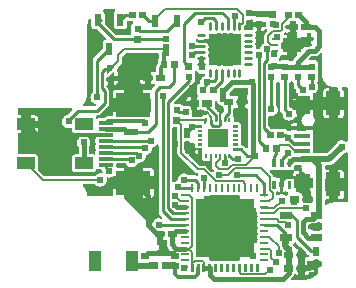
<source format=gtl>
G04 Layer: TopLayer*
G04 EasyEDA v6.4.25, 2021-12-07T19:09:17+01:00*
G04 af510f2a62b747d9ba719f6df8b66caf,db93e8822c7348a7aec6f6efa12e507d,10*
G04 Gerber Generator version 0.2*
G04 Scale: 100 percent, Rotated: No, Reflected: No *
G04 Dimensions in millimeters *
G04 leading zeros omitted , absolute positions ,4 integer and 5 decimal *
%FSLAX45Y45*%
%MOMM*%

%ADD10C,0.2540*%
%ADD11C,0.1270*%
%ADD12C,0.5080*%
%ADD13C,0.3810*%
%ADD14C,0.3048*%
%ADD15C,0.1778*%
%ADD16C,0.3556*%
%ADD17C,0.4572*%
%ADD18C,0.2800*%
%ADD19C,0.6096*%
%ADD20R,0.2200X0.4000*%
%ADD22R,0.5400X0.5657*%
%ADD23R,0.5400X0.7901*%
%ADD26R,1.2000X2.0000*%
%ADD27R,1.3500X0.4000*%
%ADD28R,1.2000X1.5000*%
%ADD29R,0.6500X0.5999*%
%ADD32R,5.0000X5.0000*%
%ADD33R,0.6800X0.2500*%
%ADD34R,0.2500X0.6800*%
%ADD35R,0.5050X0.2800*%
%ADD36R,1.5000X1.2000*%
%ADD38R,1.0000X1.7500*%
%ADD40R,1.2500X0.3000*%
%ADD41R,3.0000X2.0000*%
%ADD42R,0.6000X1.0700*%

%LPD*%
G36*
X279298Y-245871D02*
G01*
X275386Y-245110D01*
X272084Y-242874D01*
X179781Y-150571D01*
X177596Y-147269D01*
X176784Y-143408D01*
X176784Y-139039D01*
X177088Y-136550D01*
X178866Y-132588D01*
X181051Y-125374D01*
X181813Y-117856D01*
X181051Y-110337D01*
X178866Y-103124D01*
X177088Y-99161D01*
X176784Y-96672D01*
X176784Y-64871D01*
X176072Y-58572D01*
X174193Y-53086D01*
X171094Y-48209D01*
X167081Y-44196D01*
X164744Y-40436D01*
X164185Y-36017D01*
X165557Y-31800D01*
X168656Y-28549D01*
X174853Y-26720D01*
X191363Y-25908D01*
X258470Y-25908D01*
X262382Y-26670D01*
X265684Y-28905D01*
X267868Y-32207D01*
X268630Y-36068D01*
X267868Y-39979D01*
X265633Y-43281D01*
X260705Y-48209D01*
X257606Y-53086D01*
X255727Y-58572D01*
X255016Y-64871D01*
X255016Y-170738D01*
X255727Y-177088D01*
X257606Y-182524D01*
X260705Y-187401D01*
X264769Y-191516D01*
X269697Y-194614D01*
X275132Y-196494D01*
X281482Y-197205D01*
X340309Y-197205D01*
X346659Y-196494D01*
X352094Y-194614D01*
X357022Y-191516D01*
X361086Y-187401D01*
X364185Y-182524D01*
X366115Y-177088D01*
X366826Y-170738D01*
X366826Y-138125D01*
X367690Y-133959D01*
X370281Y-130505D01*
X373989Y-128422D01*
X378256Y-128066D01*
X386283Y-129133D01*
X411327Y-129133D01*
X415543Y-130048D01*
X418998Y-132638D01*
X421081Y-136448D01*
X421385Y-140766D01*
X419811Y-144830D01*
X416712Y-147878D01*
X414070Y-149555D01*
X410006Y-153619D01*
X406908Y-158546D01*
X405028Y-163982D01*
X404317Y-170281D01*
X404317Y-225755D01*
X405688Y-236169D01*
X404774Y-239928D01*
X402539Y-243078D01*
X399288Y-245160D01*
X395528Y-245871D01*
G37*

%LPD*%
G36*
X960323Y-304190D02*
G01*
X956919Y-303936D01*
X953820Y-302615D01*
X950010Y-298653D01*
X948232Y-295148D01*
X947928Y-291236D01*
X949147Y-287477D01*
X951636Y-284480D01*
X955141Y-282651D01*
X959053Y-282295D01*
X968095Y-283210D01*
X972159Y-284480D01*
X975309Y-287324D01*
X977036Y-291185D01*
X977036Y-295402D01*
X975309Y-299313D01*
X972159Y-302107D01*
X968095Y-303428D01*
G37*

%LPD*%
G36*
X1466596Y-365201D02*
G01*
X1462633Y-363626D01*
X1459636Y-360578D01*
X1458163Y-356514D01*
X1459636Y-343306D01*
X1458874Y-335534D01*
X1456639Y-328066D01*
X1453997Y-323088D01*
X1452930Y-319938D01*
X1452930Y-316636D01*
X1453997Y-313486D01*
X1456639Y-308559D01*
X1458874Y-301091D01*
X1459636Y-293319D01*
X1458874Y-285546D01*
X1456639Y-278028D01*
X1454200Y-273507D01*
X1453134Y-270357D01*
X1453134Y-267055D01*
X1454200Y-263906D01*
X1456639Y-259334D01*
X1458874Y-251866D01*
X1459636Y-244094D01*
X1458874Y-236321D01*
X1456639Y-228854D01*
X1455470Y-226720D01*
X1454302Y-222707D01*
X1454861Y-218592D01*
X1456994Y-215036D01*
X1460398Y-212648D01*
X1464462Y-211785D01*
X1466037Y-211785D01*
X1466037Y-178054D01*
X1433017Y-178054D01*
X1433017Y-185216D01*
X1433982Y-193141D01*
X1433830Y-196748D01*
X1432356Y-200101D01*
X1429816Y-202692D01*
X1426565Y-204266D01*
X1422908Y-204520D01*
X1419301Y-204165D01*
X1368856Y-204165D01*
X1364996Y-203403D01*
X1361694Y-201218D01*
X1359458Y-197916D01*
X1358696Y-194005D01*
X1358696Y-178257D01*
X1359458Y-174396D01*
X1361694Y-171094D01*
X1368653Y-164134D01*
X1373225Y-158496D01*
X1376273Y-152501D01*
X1378051Y-145846D01*
X1378458Y-140563D01*
X1378458Y-129336D01*
X1379321Y-125222D01*
X1381760Y-121818D01*
X1385366Y-119684D01*
X1389481Y-119176D01*
X1397000Y-119837D01*
X1406804Y-118973D01*
X1416253Y-116433D01*
X1419098Y-115112D01*
X1423263Y-114198D01*
X1427429Y-115011D01*
X1430934Y-117500D01*
X1433068Y-121208D01*
X1433474Y-125476D01*
X1433017Y-129844D01*
X1433017Y-137109D01*
X1466037Y-137109D01*
X1466037Y-135382D01*
X1466799Y-131470D01*
X1469034Y-128168D01*
X1472336Y-125983D01*
X1476197Y-125222D01*
X1495602Y-125222D01*
X1499463Y-125983D01*
X1502765Y-128168D01*
X1505000Y-131470D01*
X1505762Y-135382D01*
X1505762Y-137109D01*
X1537157Y-137109D01*
X1541018Y-137871D01*
X1544320Y-140055D01*
X1546504Y-143357D01*
X1547317Y-147269D01*
X1547317Y-167894D01*
X1546504Y-171805D01*
X1544320Y-175107D01*
X1541018Y-177292D01*
X1537157Y-178054D01*
X1505762Y-178054D01*
X1505762Y-211785D01*
X1512316Y-211785D01*
X1518666Y-211074D01*
X1524101Y-209143D01*
X1529029Y-206044D01*
X1533093Y-201980D01*
X1534464Y-199847D01*
X1537258Y-196900D01*
X1541018Y-195275D01*
X1545082Y-195275D01*
X1548841Y-196900D01*
X1551635Y-199847D01*
X1555750Y-205841D01*
X1556562Y-209753D01*
X1555750Y-213614D01*
X1553565Y-216916D01*
X1539646Y-230835D01*
X1535074Y-236474D01*
X1532026Y-242468D01*
X1530248Y-249072D01*
X1529842Y-254406D01*
X1529842Y-304292D01*
X1530197Y-307746D01*
X1529791Y-311912D01*
X1527708Y-315518D01*
X1524406Y-318008D01*
X1521206Y-319481D01*
X1513179Y-325120D01*
X1506220Y-332079D01*
X1500581Y-340106D01*
X1496466Y-349046D01*
X1494790Y-355244D01*
X1492910Y-358952D01*
X1489811Y-361594D01*
X1485849Y-362762D01*
X1476095Y-363626D01*
X1470914Y-364998D01*
G37*

%LPD*%
G36*
X1752650Y-470560D02*
G01*
X1748739Y-469798D01*
X1744929Y-467055D01*
X1740001Y-463956D01*
X1734566Y-462026D01*
X1728216Y-461314D01*
X1675384Y-461314D01*
X1669034Y-462026D01*
X1664462Y-463042D01*
X1660194Y-463042D01*
X1656283Y-462280D01*
X1652981Y-460044D01*
X1650796Y-456793D01*
X1650034Y-452882D01*
X1650796Y-448970D01*
X1652981Y-445719D01*
X1656080Y-442620D01*
X1661718Y-434593D01*
X1665833Y-425653D01*
X1667154Y-420878D01*
X1668983Y-417169D01*
X1672183Y-414528D01*
X1676196Y-413359D01*
X1680311Y-413918D01*
X1684528Y-415391D01*
X1690878Y-416102D01*
X1721459Y-416102D01*
X1721459Y-366572D01*
X1682343Y-366572D01*
X1678279Y-365709D01*
X1674875Y-363321D01*
X1672336Y-358546D01*
X1671777Y-355193D01*
X1672996Y-349961D01*
X1673707Y-343662D01*
X1673758Y-313131D01*
X1674774Y-310286D01*
X1676552Y-307848D01*
X1681480Y-302920D01*
X1684782Y-298196D01*
X1687017Y-295859D01*
X1689912Y-294386D01*
X1693113Y-293878D01*
X1721459Y-293878D01*
X1721459Y-241046D01*
X1718360Y-243382D01*
X1714144Y-244297D01*
X1705457Y-244297D01*
X1701698Y-243586D01*
X1698447Y-241503D01*
X1696212Y-238404D01*
X1695297Y-234696D01*
X1695805Y-230886D01*
X1697685Y-227533D01*
X1701393Y-223215D01*
X1704695Y-220675D01*
X1708708Y-219659D01*
X1712823Y-220370D01*
X1716328Y-222656D01*
X1722628Y-228600D01*
X1722882Y-229260D01*
X1724406Y-226974D01*
X1727707Y-224739D01*
X1731619Y-223977D01*
X1748180Y-223977D01*
X1748180Y-197662D01*
X1718818Y-197662D01*
X1714906Y-196900D01*
X1711655Y-194665D01*
X1709420Y-191363D01*
X1708657Y-187502D01*
X1708657Y-169976D01*
X1709420Y-166065D01*
X1711655Y-162763D01*
X1713484Y-160934D01*
X1716786Y-158699D01*
X1720697Y-157937D01*
X1748180Y-157937D01*
X1748180Y-139293D01*
X1748942Y-135382D01*
X1751177Y-132080D01*
X1754479Y-129895D01*
X1758340Y-129133D01*
X1762455Y-129133D01*
X1768754Y-128371D01*
X1774647Y-126339D01*
X1778000Y-125780D01*
X1781352Y-126339D01*
X1787245Y-128371D01*
X1791360Y-128879D01*
X1794916Y-129946D01*
X1797812Y-132181D01*
X1799742Y-135331D01*
X1800402Y-138938D01*
X1800402Y-157937D01*
X1807718Y-157937D01*
X1811629Y-158699D01*
X1814931Y-160934D01*
X1817116Y-164236D01*
X1817878Y-168097D01*
X1817878Y-187502D01*
X1817116Y-191363D01*
X1814931Y-194665D01*
X1811629Y-196900D01*
X1807718Y-197662D01*
X1800402Y-197662D01*
X1800402Y-224078D01*
X1803857Y-225196D01*
X1806651Y-227482D01*
X1808530Y-230581D01*
X1809140Y-234137D01*
X1809140Y-293878D01*
X1876348Y-293878D01*
X1880260Y-294640D01*
X1883562Y-296824D01*
X1885746Y-300126D01*
X1886508Y-304038D01*
X1886508Y-316839D01*
X1889099Y-316839D01*
X1889099Y-293573D01*
X1846732Y-293573D01*
X1842820Y-292811D01*
X1839569Y-290576D01*
X1837334Y-287274D01*
X1836572Y-283413D01*
X1836572Y-277012D01*
X1837334Y-273151D01*
X1839569Y-269849D01*
X1842820Y-267614D01*
X1846732Y-266852D01*
X1889099Y-266852D01*
X1889099Y-240893D01*
X1889861Y-236982D01*
X1892046Y-233679D01*
X1895348Y-231495D01*
X1899259Y-230733D01*
X1916887Y-230733D01*
X1920748Y-231495D01*
X1924050Y-233679D01*
X1926234Y-236982D01*
X1927047Y-240893D01*
X1927047Y-266852D01*
X1938782Y-266852D01*
X1942693Y-267614D01*
X1945944Y-269849D01*
X1948180Y-273151D01*
X1948942Y-277012D01*
X1948942Y-283413D01*
X1948180Y-287274D01*
X1945944Y-290576D01*
X1942693Y-292811D01*
X1938782Y-293573D01*
X1927047Y-293573D01*
X1927047Y-325120D01*
X1926234Y-329031D01*
X1924050Y-332333D01*
X1920748Y-334518D01*
X1916887Y-335280D01*
X1906219Y-335280D01*
X1900631Y-336092D01*
X1898497Y-335940D01*
X1893519Y-337870D01*
X1883308Y-340309D01*
X1877060Y-341020D01*
X1871573Y-342950D01*
X1866696Y-345998D01*
X1862582Y-350113D01*
X1859534Y-354990D01*
X1857857Y-359765D01*
X1855724Y-363321D01*
X1852320Y-365709D01*
X1848256Y-366572D01*
X1809140Y-366572D01*
X1809140Y-411327D01*
X1808378Y-415188D01*
X1806193Y-418490D01*
X1783130Y-441604D01*
X1777898Y-448513D01*
X1774189Y-455980D01*
X1772056Y-463245D01*
X1770024Y-467055D01*
X1766570Y-469646D01*
X1762302Y-470560D01*
G37*

%LPD*%
G36*
X1142136Y-509168D02*
G01*
X1138986Y-508101D01*
X1134059Y-505459D01*
X1127150Y-503377D01*
X1123391Y-501294D01*
X1120851Y-497840D01*
X1119936Y-493674D01*
X1119936Y-443433D01*
X1068832Y-443433D01*
X1064615Y-442518D01*
X1061161Y-439978D01*
X1059078Y-436219D01*
X1056640Y-428040D01*
X1053998Y-423113D01*
X1052931Y-419963D01*
X1052931Y-416661D01*
X1053998Y-413512D01*
X1056640Y-408533D01*
X1058875Y-401066D01*
X1059637Y-393293D01*
X1058875Y-385521D01*
X1056640Y-378053D01*
X1053998Y-373075D01*
X1052931Y-369976D01*
X1052931Y-366623D01*
X1053998Y-363524D01*
X1056640Y-358546D01*
X1058875Y-351078D01*
X1059637Y-343306D01*
X1058875Y-335534D01*
X1056640Y-328066D01*
X1052931Y-321157D01*
X1048003Y-315112D01*
X1046327Y-313740D01*
X1043686Y-310540D01*
X1042619Y-306628D01*
X1037132Y-306628D01*
X1034186Y-306222D01*
X1027582Y-304190D01*
X1019505Y-303428D01*
X1015441Y-302107D01*
X1012291Y-299313D01*
X1010564Y-295402D01*
X1010564Y-291185D01*
X1012291Y-287324D01*
X1015441Y-284480D01*
X1019505Y-283210D01*
X1027582Y-282397D01*
X1034186Y-280365D01*
X1037132Y-279958D01*
X1069543Y-279958D01*
X1073200Y-280619D01*
X1076401Y-282600D01*
X1078636Y-285546D01*
X1079652Y-289102D01*
X1079855Y-295706D01*
X1119936Y-295706D01*
X1119936Y-242925D01*
X1120851Y-238760D01*
X1123391Y-235305D01*
X1127150Y-233222D01*
X1134059Y-231140D01*
X1138986Y-228498D01*
X1142136Y-227431D01*
X1145438Y-227431D01*
X1148588Y-228498D01*
X1153566Y-231140D01*
X1161034Y-233375D01*
X1168806Y-234137D01*
X1176578Y-233375D01*
X1184046Y-231140D01*
X1189024Y-228498D01*
X1192123Y-227431D01*
X1195476Y-227431D01*
X1198575Y-228498D01*
X1203553Y-231140D01*
X1211021Y-233375D01*
X1218793Y-234137D01*
X1226566Y-233375D01*
X1234033Y-231140D01*
X1239012Y-228498D01*
X1242161Y-227431D01*
X1245463Y-227431D01*
X1248613Y-228498D01*
X1253540Y-231140D01*
X1260449Y-233222D01*
X1264208Y-235305D01*
X1266748Y-238760D01*
X1267663Y-242925D01*
X1267663Y-295706D01*
X1319530Y-295706D01*
X1323746Y-296621D01*
X1327200Y-299161D01*
X1329283Y-302920D01*
X1330960Y-308559D01*
X1333601Y-313486D01*
X1334668Y-316636D01*
X1334668Y-319938D01*
X1333601Y-323088D01*
X1330960Y-328066D01*
X1328724Y-335534D01*
X1327962Y-343306D01*
X1328724Y-351078D01*
X1330960Y-358546D01*
X1333601Y-363524D01*
X1334668Y-366623D01*
X1334668Y-369976D01*
X1333601Y-373075D01*
X1330960Y-378053D01*
X1328724Y-385521D01*
X1327962Y-393293D01*
X1328724Y-401066D01*
X1330960Y-408533D01*
X1333601Y-413512D01*
X1334668Y-416661D01*
X1334668Y-419963D01*
X1333601Y-423113D01*
X1330960Y-428040D01*
X1328521Y-436219D01*
X1326438Y-439978D01*
X1322984Y-442518D01*
X1318768Y-443433D01*
X1267663Y-443433D01*
X1267663Y-493674D01*
X1266748Y-497840D01*
X1264208Y-501294D01*
X1260449Y-503377D01*
X1253540Y-505459D01*
X1248613Y-508101D01*
X1245463Y-509168D01*
X1242161Y-509168D01*
X1239012Y-508101D01*
X1234033Y-505459D01*
X1226566Y-503224D01*
X1218793Y-502462D01*
X1211021Y-503224D01*
X1203553Y-505459D01*
X1198575Y-508101D01*
X1195476Y-509168D01*
X1192123Y-509168D01*
X1189024Y-508101D01*
X1184046Y-505459D01*
X1176578Y-503224D01*
X1168806Y-502462D01*
X1161034Y-503224D01*
X1153566Y-505459D01*
X1148588Y-508101D01*
X1145438Y-509168D01*
G37*

%LPD*%
G36*
X3200Y-850392D02*
G01*
X-711Y-849630D01*
X-4013Y-847394D01*
X-6197Y-844092D01*
X-6959Y-840181D01*
X-6146Y-836269D01*
X-3149Y-832256D01*
X4216Y-823772D01*
X6908Y-820115D01*
X12903Y-810615D01*
X15036Y-806551D01*
X19507Y-796239D01*
X20980Y-791972D01*
X23774Y-781100D01*
X24587Y-776579D01*
X25908Y-762254D01*
X25908Y-191363D01*
X26822Y-173888D01*
X29209Y-157886D01*
X33172Y-142240D01*
X38658Y-127050D01*
X45618Y-112522D01*
X49123Y-108508D01*
X53187Y-106883D01*
X57556Y-107086D01*
X61417Y-109169D01*
X64058Y-112623D01*
X64973Y-116890D01*
X64973Y-170738D01*
X65684Y-177088D01*
X67614Y-182524D01*
X70713Y-187401D01*
X74777Y-191516D01*
X79705Y-194614D01*
X85140Y-196494D01*
X91490Y-197205D01*
X113030Y-197205D01*
X116890Y-198018D01*
X120192Y-200202D01*
X188569Y-268579D01*
X190703Y-271678D01*
X191516Y-275386D01*
X190957Y-279095D01*
X189077Y-282397D01*
X186131Y-284734D01*
X182524Y-285851D01*
X180136Y-286105D01*
X174701Y-288036D01*
X169773Y-291084D01*
X165709Y-295198D01*
X162610Y-300075D01*
X160680Y-305562D01*
X159969Y-311861D01*
X159969Y-361899D01*
X159207Y-365810D01*
X157022Y-369112D01*
X87376Y-438759D01*
X82245Y-445008D01*
X78689Y-451662D01*
X76504Y-458876D01*
X75692Y-466902D01*
X75692Y-729691D01*
X74930Y-733602D01*
X72694Y-736904D01*
X71120Y-738479D01*
X65481Y-746506D01*
X61366Y-755446D01*
X58826Y-764895D01*
X57962Y-774700D01*
X58826Y-784504D01*
X61366Y-793953D01*
X65481Y-802894D01*
X71120Y-810920D01*
X78079Y-817880D01*
X86106Y-823518D01*
X95046Y-827633D01*
X98552Y-828598D01*
X102311Y-830529D01*
X104952Y-833780D01*
X106070Y-837895D01*
X105410Y-842060D01*
X103124Y-845616D01*
X101295Y-847394D01*
X97993Y-849630D01*
X94081Y-850392D01*
G37*

%LPD*%
G36*
X1160475Y-914704D02*
G01*
X1156766Y-914146D01*
X1153515Y-912266D01*
X1151128Y-909319D01*
X1148638Y-904646D01*
X1143508Y-898448D01*
X1112621Y-867511D01*
X1110792Y-865073D01*
X1109827Y-862228D01*
X1109675Y-859180D01*
X1110538Y-851916D01*
X1110538Y-814679D01*
X1111250Y-810869D01*
X1113383Y-807618D01*
X1116634Y-805383D01*
X1120444Y-804519D01*
X1124254Y-805180D01*
X1127607Y-807262D01*
X1129893Y-810412D01*
X1132281Y-815594D01*
X1137920Y-823620D01*
X1144879Y-830580D01*
X1152906Y-836218D01*
X1157782Y-838453D01*
X1161034Y-840892D01*
X1163116Y-844346D01*
X1165402Y-851052D01*
X1168501Y-855929D01*
X1172565Y-859993D01*
X1177493Y-863092D01*
X1182674Y-864920D01*
X1186230Y-867054D01*
X1188618Y-870407D01*
X1189482Y-874471D01*
X1189482Y-885291D01*
X1188720Y-889203D01*
X1186484Y-892505D01*
X1167282Y-911707D01*
X1164183Y-913841D01*
G37*

%LPD*%
G36*
X924509Y-938123D02*
G01*
X920546Y-937310D01*
X917194Y-935024D01*
X915009Y-931621D01*
X914349Y-927608D01*
X915314Y-923696D01*
X916533Y-920953D01*
X919073Y-911504D01*
X919937Y-901700D01*
X919073Y-891895D01*
X916533Y-882446D01*
X912418Y-873506D01*
X910437Y-869950D01*
X909980Y-866902D01*
X909980Y-845362D01*
X864463Y-845362D01*
X853795Y-846226D01*
X848258Y-847699D01*
X843991Y-847902D01*
X840028Y-846328D01*
X837031Y-843280D01*
X834593Y-839419D01*
X830529Y-835355D01*
X825601Y-832256D01*
X820166Y-830326D01*
X813816Y-829614D01*
X773480Y-829614D01*
X769620Y-828852D01*
X766318Y-826668D01*
X764133Y-823366D01*
X763320Y-819454D01*
X764133Y-815594D01*
X766318Y-812292D01*
X915924Y-662635D01*
X919987Y-657758D01*
X922019Y-655878D01*
X927201Y-653643D01*
X932129Y-650544D01*
X936193Y-646480D01*
X939292Y-641553D01*
X941171Y-636117D01*
X941933Y-629818D01*
X941933Y-574344D01*
X941171Y-568045D01*
X939139Y-562152D01*
X938580Y-558800D01*
X939241Y-555142D01*
X941578Y-551383D01*
X945286Y-548995D01*
X949655Y-548386D01*
X953871Y-549656D01*
X957173Y-552653D01*
X960119Y-556920D01*
X967079Y-563880D01*
X975106Y-569518D01*
X984046Y-573633D01*
X993495Y-576173D01*
X1003300Y-577037D01*
X1013104Y-576173D01*
X1015695Y-575513D01*
X1019962Y-575259D01*
X1023975Y-576834D01*
X1026972Y-579882D01*
X1028395Y-583895D01*
X1028090Y-588162D01*
X1026058Y-591921D01*
X1022654Y-594512D01*
X1013206Y-598881D01*
X1005179Y-604520D01*
X998219Y-611479D01*
X992581Y-619506D01*
X988466Y-628446D01*
X985926Y-637895D01*
X985062Y-648106D01*
X984503Y-652526D01*
X982014Y-656285D01*
X978204Y-658622D01*
X971245Y-660958D01*
X966419Y-664006D01*
X962355Y-668070D01*
X959256Y-672998D01*
X957326Y-678434D01*
X956614Y-684784D01*
X956614Y-737616D01*
X957326Y-743966D01*
X959256Y-749401D01*
X962355Y-754329D01*
X965606Y-758850D01*
X966216Y-763117D01*
X964996Y-767283D01*
X962202Y-770534D01*
X962202Y-805637D01*
X969518Y-805637D01*
X973429Y-806399D01*
X976731Y-808634D01*
X978916Y-811936D01*
X979678Y-815797D01*
X979678Y-835202D01*
X978916Y-839063D01*
X976731Y-842365D01*
X973429Y-844600D01*
X969518Y-845362D01*
X962202Y-845362D01*
X962202Y-878433D01*
X975004Y-878433D01*
X981354Y-877671D01*
X987247Y-875639D01*
X990600Y-875080D01*
X993952Y-875639D01*
X999845Y-877671D01*
X1006195Y-878433D01*
X1010208Y-878433D01*
X1014577Y-879398D01*
X1018286Y-882345D01*
X1040739Y-904849D01*
X1042924Y-908151D01*
X1043736Y-912012D01*
X1042924Y-915924D01*
X1040739Y-919226D01*
X1037437Y-921410D01*
X1033576Y-922172D01*
X1028090Y-922172D01*
X1021740Y-922883D01*
X1016304Y-924814D01*
X1011377Y-927912D01*
X1007313Y-931976D01*
X1004163Y-935888D01*
X1001166Y-937564D01*
X997813Y-938123D01*
G37*

%LPC*%
G36*
X870661Y-805637D02*
G01*
X909980Y-805637D01*
X909980Y-772617D01*
X897178Y-772617D01*
X890828Y-773328D01*
X885393Y-775208D01*
X880465Y-778306D01*
X876401Y-782370D01*
X873302Y-787298D01*
X871372Y-792734D01*
X870661Y-799084D01*
G37*

%LPD*%
G36*
X113080Y-954887D02*
G01*
X109220Y-953922D01*
X106070Y-951534D01*
X104038Y-948131D01*
X101600Y-941120D01*
X101041Y-937310D01*
X101955Y-933551D01*
X104190Y-930402D01*
X107442Y-928319D01*
X111201Y-927608D01*
X113792Y-927608D01*
X121818Y-926795D01*
X129032Y-924610D01*
X135737Y-921054D01*
X141935Y-915924D01*
X204724Y-853135D01*
X209854Y-846937D01*
X213410Y-840232D01*
X215595Y-833018D01*
X216408Y-824992D01*
X216408Y-724408D01*
X215595Y-716381D01*
X213410Y-709168D01*
X209854Y-702462D01*
X204724Y-696264D01*
X195122Y-686612D01*
X192938Y-683361D01*
X192176Y-679500D01*
X192938Y-675589D01*
X195072Y-672287D01*
X198374Y-670102D01*
X202234Y-669290D01*
X202234Y-635914D01*
X197256Y-635101D01*
X194005Y-632917D01*
X191770Y-629615D01*
X191008Y-625754D01*
X191008Y-614578D01*
X191668Y-610920D01*
X193649Y-607771D01*
X196596Y-605536D01*
X201472Y-604367D01*
X206908Y-602538D01*
X212344Y-599287D01*
X238607Y-579069D01*
X242671Y-577189D01*
X247192Y-577240D01*
X251206Y-579221D01*
X254000Y-582726D01*
X254965Y-587095D01*
X254965Y-590702D01*
X287020Y-590702D01*
X287020Y-563829D01*
X286308Y-557580D01*
X282702Y-548030D01*
X282752Y-544220D01*
X286258Y-534974D01*
X287070Y-527304D01*
X288036Y-524001D01*
X290017Y-521208D01*
X316331Y-494893D01*
X321259Y-488797D01*
X324510Y-482346D01*
X326440Y-475183D01*
X326898Y-469493D01*
X326898Y-437743D01*
X327660Y-433832D01*
X329895Y-430530D01*
X354330Y-406095D01*
X357632Y-403860D01*
X361543Y-403098D01*
X629310Y-403098D01*
X633222Y-403860D01*
X636473Y-406095D01*
X638708Y-409346D01*
X639470Y-413258D01*
X639470Y-440639D01*
X638708Y-444550D01*
X636473Y-447801D01*
X632155Y-452170D01*
X629056Y-457098D01*
X627126Y-462534D01*
X626414Y-468884D01*
X626414Y-487070D01*
X625652Y-490982D01*
X622655Y-495046D01*
X617220Y-501700D01*
X613460Y-508762D01*
X611124Y-516483D01*
X610260Y-525018D01*
X610260Y-548741D01*
X609396Y-552805D01*
X607009Y-556209D01*
X603453Y-558342D01*
X600252Y-559460D01*
X596900Y-560019D01*
X593547Y-559460D01*
X587654Y-557428D01*
X581304Y-556717D01*
X568502Y-556717D01*
X568502Y-589737D01*
X575818Y-589737D01*
X579729Y-590499D01*
X583031Y-592734D01*
X585216Y-596036D01*
X585978Y-599897D01*
X585978Y-619302D01*
X585216Y-623163D01*
X583031Y-626465D01*
X579729Y-628700D01*
X575818Y-629462D01*
X568502Y-629462D01*
X568502Y-662533D01*
X581304Y-662533D01*
X587654Y-661771D01*
X590956Y-660654D01*
X594766Y-660095D01*
X598576Y-661009D01*
X601726Y-663295D01*
X603758Y-666597D01*
X604469Y-670407D01*
X603656Y-674217D01*
X601472Y-677418D01*
X582676Y-696264D01*
X577545Y-702462D01*
X574497Y-708152D01*
X572262Y-710996D01*
X569163Y-712825D01*
X565556Y-713486D01*
X502412Y-713486D01*
X502412Y-783082D01*
X560832Y-783082D01*
X564743Y-783844D01*
X567994Y-786028D01*
X570230Y-789330D01*
X570992Y-793242D01*
X570992Y-885596D01*
X570230Y-889508D01*
X567994Y-892759D01*
X564743Y-894994D01*
X560832Y-895756D01*
X502412Y-895756D01*
X502412Y-924052D01*
X501599Y-927963D01*
X499414Y-931214D01*
X496112Y-933450D01*
X492251Y-934212D01*
X349859Y-934212D01*
X345948Y-933450D01*
X342646Y-931214D01*
X340461Y-927963D01*
X339699Y-924052D01*
X339699Y-895756D01*
X245160Y-895756D01*
X245160Y-924052D01*
X244348Y-927963D01*
X242163Y-931214D01*
X238861Y-933450D01*
X235000Y-934212D01*
X202285Y-934262D01*
X193954Y-935431D01*
X186334Y-937971D01*
X179171Y-941933D01*
X174396Y-945743D01*
X170484Y-949604D01*
X167233Y-951737D01*
X163372Y-952500D01*
X126593Y-952500D01*
X120294Y-953211D01*
X116992Y-954328D01*
G37*

%LPC*%
G36*
X245160Y-783082D02*
G01*
X339699Y-783082D01*
X339699Y-713486D01*
X271627Y-713486D01*
X265277Y-714197D01*
X259842Y-716127D01*
X254914Y-719226D01*
X250850Y-723290D01*
X247751Y-728218D01*
X245871Y-733653D01*
X245160Y-739952D01*
G37*
G36*
X254965Y-669290D02*
G01*
X260553Y-669290D01*
X266852Y-668578D01*
X272338Y-666648D01*
X277215Y-663600D01*
X281330Y-659485D01*
X284378Y-654608D01*
X286308Y-649122D01*
X287020Y-642823D01*
X287020Y-635914D01*
X254965Y-635914D01*
G37*
G36*
X503478Y-662533D02*
G01*
X516280Y-662533D01*
X516280Y-629462D01*
X476961Y-629462D01*
X476961Y-636016D01*
X477672Y-642366D01*
X479602Y-647801D01*
X482701Y-652729D01*
X486765Y-656793D01*
X491693Y-659892D01*
X497128Y-661771D01*
G37*
G36*
X476961Y-589737D02*
G01*
X516280Y-589737D01*
X516280Y-556717D01*
X503478Y-556717D01*
X497128Y-557428D01*
X491693Y-559308D01*
X486765Y-562406D01*
X482701Y-566470D01*
X479602Y-571398D01*
X477672Y-576834D01*
X476961Y-583184D01*
G37*

%LPD*%
G36*
X1379982Y-1206855D02*
G01*
X1376070Y-1206093D01*
X1372819Y-1203909D01*
X1357020Y-1188161D01*
X1350822Y-1183030D01*
X1344117Y-1179474D01*
X1337310Y-1177391D01*
X1333550Y-1175308D01*
X1331010Y-1171854D01*
X1330096Y-1167688D01*
X1330096Y-1165707D01*
X1329131Y-1157884D01*
X1329131Y-1155344D01*
X1330096Y-1147470D01*
X1330096Y-1126744D01*
X1329131Y-1118870D01*
X1329131Y-1116330D01*
X1330096Y-1108456D01*
X1330096Y-1087729D01*
X1329131Y-1079855D01*
X1329131Y-1077315D01*
X1330096Y-1069441D01*
X1330096Y-1048715D01*
X1329131Y-1040841D01*
X1329131Y-1038352D01*
X1330096Y-1030478D01*
X1330096Y-1009650D01*
X1329385Y-1003350D01*
X1327505Y-997864D01*
X1324406Y-992987D01*
X1320292Y-988872D01*
X1315415Y-985824D01*
X1309928Y-983894D01*
X1303629Y-983183D01*
X1280566Y-983183D01*
X1276654Y-982421D01*
X1273403Y-980236D01*
X1271168Y-976934D01*
X1270406Y-973023D01*
X1270406Y-948690D01*
X1269695Y-942340D01*
X1267815Y-936904D01*
X1263954Y-930859D01*
X1262583Y-927557D01*
X1262430Y-924001D01*
X1265936Y-913028D01*
X1266698Y-905002D01*
X1266698Y-874572D01*
X1267561Y-870508D01*
X1269949Y-867105D01*
X1273505Y-864971D01*
X1279347Y-862939D01*
X1282700Y-862380D01*
X1286052Y-862939D01*
X1291945Y-864971D01*
X1298295Y-865733D01*
X1311097Y-865733D01*
X1311097Y-832662D01*
X1303782Y-832662D01*
X1299870Y-831900D01*
X1296568Y-829665D01*
X1294384Y-826363D01*
X1293622Y-822502D01*
X1293622Y-803097D01*
X1294384Y-799236D01*
X1296568Y-795934D01*
X1299870Y-793699D01*
X1303782Y-792937D01*
X1311097Y-792937D01*
X1311097Y-759917D01*
X1298295Y-759917D01*
X1291945Y-760628D01*
X1286052Y-762660D01*
X1282700Y-763219D01*
X1279347Y-762660D01*
X1273454Y-760628D01*
X1267104Y-759917D01*
X1242568Y-759917D01*
X1238808Y-759155D01*
X1235557Y-757072D01*
X1233322Y-753922D01*
X1232408Y-750214D01*
X1232966Y-746404D01*
X1233932Y-743661D01*
X1236522Y-734009D01*
X1237538Y-731520D01*
X1239164Y-729437D01*
X1272946Y-695655D01*
X1276248Y-693420D01*
X1280109Y-692658D01*
X1379982Y-692658D01*
X1383893Y-693420D01*
X1387144Y-695655D01*
X1389380Y-698906D01*
X1390142Y-702818D01*
X1390142Y-750112D01*
X1389278Y-754227D01*
X1386738Y-757682D01*
X1383080Y-759764D01*
X1378864Y-760222D01*
X1376121Y-759917D01*
X1363319Y-759917D01*
X1363319Y-792937D01*
X1379982Y-792937D01*
X1383893Y-793699D01*
X1387144Y-795934D01*
X1389380Y-799236D01*
X1390142Y-803097D01*
X1390142Y-822502D01*
X1389380Y-826363D01*
X1387144Y-829665D01*
X1383893Y-831900D01*
X1379982Y-832662D01*
X1363319Y-832662D01*
X1363319Y-865733D01*
X1376121Y-865733D01*
X1378864Y-865428D01*
X1383080Y-865835D01*
X1386738Y-867918D01*
X1389278Y-871372D01*
X1390142Y-875487D01*
X1390142Y-1196695D01*
X1389380Y-1200607D01*
X1387144Y-1203909D01*
X1383893Y-1206093D01*
G37*

%LPD*%
G36*
X1951024Y-1245971D02*
G01*
X1947113Y-1245158D01*
X1943811Y-1242974D01*
X1941626Y-1239672D01*
X1940864Y-1235811D01*
X1940864Y-1212850D01*
X1940153Y-1206500D01*
X1938934Y-1203096D01*
X1938375Y-1199743D01*
X1938934Y-1196390D01*
X1940153Y-1192987D01*
X1940864Y-1186688D01*
X1940864Y-1147826D01*
X1940153Y-1141526D01*
X1938934Y-1138123D01*
X1938375Y-1134770D01*
X1938934Y-1131417D01*
X1940153Y-1128014D01*
X1940864Y-1121664D01*
X1940864Y-1082852D01*
X1940153Y-1076502D01*
X1938934Y-1073099D01*
X1938375Y-1069746D01*
X1938934Y-1066393D01*
X1940153Y-1062990D01*
X1940864Y-1056690D01*
X1940864Y-1053592D01*
X1884324Y-1053592D01*
X1881124Y-1055624D01*
X1877364Y-1056335D01*
X1817522Y-1056335D01*
X1813763Y-1055624D01*
X1810562Y-1053592D01*
X1754022Y-1053592D01*
X1753311Y-1057198D01*
X1751380Y-1060297D01*
X1748434Y-1062532D01*
X1744929Y-1063548D01*
X1741271Y-1063244D01*
X1737004Y-1062126D01*
X1729384Y-1061466D01*
X1725675Y-1060399D01*
X1722628Y-1058011D01*
X1720443Y-1053998D01*
X1717344Y-1049070D01*
X1713280Y-1045006D01*
X1708353Y-1041908D01*
X1702917Y-1040028D01*
X1696618Y-1039317D01*
X1641144Y-1039317D01*
X1634845Y-1040028D01*
X1628952Y-1042060D01*
X1625600Y-1042619D01*
X1622247Y-1042060D01*
X1616354Y-1040028D01*
X1610055Y-1039317D01*
X1588211Y-1039317D01*
X1584350Y-1038504D01*
X1581048Y-1036319D01*
X1565605Y-1020876D01*
X1563370Y-1017574D01*
X1562608Y-1013663D01*
X1562608Y-940968D01*
X1563268Y-937361D01*
X1565198Y-934212D01*
X1568145Y-931926D01*
X1571701Y-930859D01*
X1575409Y-931164D01*
X1577695Y-931773D01*
X1587500Y-932637D01*
X1597304Y-931773D01*
X1606753Y-929233D01*
X1615694Y-925118D01*
X1623720Y-919480D01*
X1630680Y-912520D01*
X1636318Y-904494D01*
X1640433Y-895553D01*
X1642973Y-886104D01*
X1643430Y-880871D01*
X1644700Y-876808D01*
X1647952Y-873404D01*
X1645107Y-871067D01*
X1643227Y-867359D01*
X1640433Y-857046D01*
X1636318Y-848106D01*
X1630680Y-840079D01*
X1629105Y-838504D01*
X1626870Y-835202D01*
X1626107Y-831291D01*
X1626107Y-659028D01*
X1626666Y-655777D01*
X1628190Y-652830D01*
X1634693Y-646480D01*
X1636064Y-644347D01*
X1638858Y-641400D01*
X1642618Y-639775D01*
X1646682Y-639775D01*
X1650441Y-641400D01*
X1653235Y-644347D01*
X1654606Y-646480D01*
X1661109Y-652830D01*
X1662633Y-655777D01*
X1663192Y-659028D01*
X1663192Y-864717D01*
X1662328Y-868781D01*
X1659940Y-872185D01*
X1658467Y-873048D01*
X1659534Y-873556D01*
X1662379Y-876706D01*
X1663700Y-880770D01*
X1664004Y-883818D01*
X1666189Y-891032D01*
X1669745Y-897737D01*
X1674875Y-903935D01*
X1680768Y-909878D01*
X1682800Y-912774D01*
X1683715Y-916178D01*
X1684426Y-924204D01*
X1686966Y-933653D01*
X1691081Y-942594D01*
X1696720Y-950620D01*
X1703679Y-957580D01*
X1711706Y-963218D01*
X1720646Y-967333D01*
X1730095Y-969873D01*
X1739900Y-970737D01*
X1749704Y-969873D01*
X1759153Y-967333D01*
X1768093Y-963218D01*
X1776120Y-957580D01*
X1783080Y-950620D01*
X1788769Y-942441D01*
X1791258Y-939952D01*
X1794459Y-938479D01*
X1798015Y-938174D01*
X1821129Y-938174D01*
X1821129Y-881126D01*
X1790192Y-881126D01*
X1786331Y-880313D01*
X1783029Y-878128D01*
X1776120Y-871219D01*
X1768093Y-865581D01*
X1759153Y-861466D01*
X1746097Y-857910D01*
X1743100Y-855624D01*
X1741119Y-852474D01*
X1740407Y-848766D01*
X1740407Y-659028D01*
X1740966Y-655777D01*
X1742490Y-652830D01*
X1748993Y-646480D01*
X1750364Y-644347D01*
X1753158Y-641400D01*
X1756918Y-639775D01*
X1760982Y-639775D01*
X1764741Y-641400D01*
X1767535Y-644347D01*
X1768906Y-646480D01*
X1775409Y-652830D01*
X1776933Y-655777D01*
X1777492Y-659028D01*
X1777492Y-672592D01*
X1778304Y-680618D01*
X1780489Y-687832D01*
X1784045Y-694537D01*
X1789175Y-700735D01*
X1795068Y-706678D01*
X1797100Y-709574D01*
X1798015Y-712978D01*
X1798726Y-721004D01*
X1799640Y-724408D01*
X1799894Y-728218D01*
X1798777Y-731824D01*
X1796389Y-734822D01*
X1793087Y-736701D01*
X1786178Y-738987D01*
X1781352Y-742035D01*
X1777238Y-746150D01*
X1774189Y-751027D01*
X1772259Y-756513D01*
X1771548Y-762812D01*
X1771548Y-793394D01*
X1821129Y-793394D01*
X1821129Y-773633D01*
X1821789Y-770026D01*
X1823720Y-766826D01*
X1826666Y-764590D01*
X1830222Y-763524D01*
X1833930Y-763828D01*
X1844446Y-766673D01*
X1854200Y-767537D01*
X1864004Y-766673D01*
X1873453Y-764133D01*
X1879346Y-761390D01*
X1883308Y-760476D01*
X1887270Y-761136D01*
X1890725Y-763320D01*
X1893011Y-766673D01*
X1893824Y-770636D01*
X1893824Y-793394D01*
X1943354Y-793394D01*
X1943354Y-762812D01*
X1942642Y-756513D01*
X1941169Y-752348D01*
X1940661Y-748233D01*
X1941779Y-744220D01*
X1944420Y-741019D01*
X1948129Y-739140D01*
X1949653Y-738733D01*
X1958593Y-734618D01*
X1966620Y-728980D01*
X1973580Y-722020D01*
X1979218Y-713994D01*
X1983333Y-705053D01*
X1985873Y-695604D01*
X1986737Y-685800D01*
X1985873Y-675995D01*
X1983333Y-666546D01*
X1976932Y-653084D01*
X1976831Y-649122D01*
X1978253Y-645464D01*
X1980692Y-641553D01*
X1982571Y-636117D01*
X1983282Y-629818D01*
X1983282Y-574344D01*
X1982571Y-568045D01*
X1980539Y-562152D01*
X1979980Y-558800D01*
X1980539Y-555447D01*
X1982571Y-549554D01*
X1983282Y-543255D01*
X1983282Y-487781D01*
X1982571Y-481482D01*
X1980692Y-476046D01*
X1977593Y-471119D01*
X1973529Y-467055D01*
X1968601Y-463956D01*
X1963166Y-462026D01*
X1956816Y-461314D01*
X1915007Y-461314D01*
X1911146Y-460552D01*
X1907844Y-458368D01*
X1905660Y-455066D01*
X1904847Y-451154D01*
X1905660Y-447293D01*
X1907844Y-443992D01*
X1923643Y-428193D01*
X1926945Y-425958D01*
X1930857Y-425196D01*
X1958289Y-425145D01*
X1966823Y-423976D01*
X1974697Y-421335D01*
X1981962Y-417271D01*
X1988667Y-411683D01*
X2001469Y-398932D01*
X2004720Y-396748D01*
X2008632Y-395935D01*
X2012543Y-396748D01*
X2015794Y-398932D01*
X2018030Y-402234D01*
X2018792Y-406095D01*
X2018792Y-586994D01*
X2018944Y-590092D01*
X2020112Y-601319D01*
X2020976Y-605891D01*
X2023872Y-616661D01*
X2025396Y-621030D01*
X2029917Y-631190D01*
X2032101Y-635304D01*
X2038146Y-644652D01*
X2040991Y-648360D01*
X2048408Y-656640D01*
X2051761Y-659841D01*
X2060397Y-666902D01*
X2064207Y-669544D01*
X2073859Y-675182D01*
X2078024Y-677214D01*
X2083917Y-679500D01*
X2087524Y-681939D01*
X2092858Y-682599D01*
X2103780Y-684936D01*
X2108352Y-685596D01*
X2121611Y-686308D01*
X2141169Y-686308D01*
X2145030Y-687070D01*
X2148332Y-689305D01*
X2150516Y-692556D01*
X2151329Y-696468D01*
X2151329Y-768654D01*
X2200859Y-768654D01*
X2200859Y-725576D01*
X2200148Y-719277D01*
X2198217Y-713790D01*
X2195220Y-708964D01*
X2189835Y-703783D01*
X2187549Y-700481D01*
X2186736Y-696569D01*
X2187448Y-692658D01*
X2189683Y-689305D01*
X2192985Y-687070D01*
X2196896Y-686308D01*
X2224532Y-686308D01*
X2228443Y-687070D01*
X2231694Y-689305D01*
X2233930Y-692556D01*
X2234692Y-696468D01*
X2234692Y-1140968D01*
X2233726Y-1145286D01*
X2231085Y-1148740D01*
X2227173Y-1150772D01*
X2222754Y-1150975D01*
X2218690Y-1149299D01*
X2212594Y-1144981D01*
X2203653Y-1140866D01*
X2194204Y-1138326D01*
X2184400Y-1137462D01*
X2174595Y-1138326D01*
X2165146Y-1140866D01*
X2156206Y-1144981D01*
X2148179Y-1150620D01*
X2141220Y-1157579D01*
X2135581Y-1165606D01*
X2132482Y-1172260D01*
X2130501Y-1175156D01*
X2062683Y-1242974D01*
X2059381Y-1245158D01*
X2055469Y-1245971D01*
G37*

%LPC*%
G36*
X1899970Y-1023112D02*
G01*
X1909622Y-1022299D01*
X1913483Y-1021232D01*
X1916074Y-1020927D01*
X1940864Y-1020927D01*
X1940864Y-1017828D01*
X1940102Y-1011224D01*
X1940356Y-1007516D01*
X1941931Y-1004163D01*
X1948332Y-995171D01*
X1952447Y-986383D01*
X1954987Y-976934D01*
X1955800Y-967282D01*
X1954987Y-957580D01*
X1952447Y-948131D01*
X1948332Y-939342D01*
X1942541Y-931062D01*
X1941169Y-928217D01*
X1940712Y-925017D01*
X1941271Y-921918D01*
X1942642Y-918006D01*
X1943354Y-911707D01*
X1943354Y-881126D01*
X1893824Y-881126D01*
X1893824Y-903478D01*
X1892858Y-907796D01*
X1890166Y-911250D01*
X1886254Y-913282D01*
X1880819Y-914755D01*
X1872030Y-918870D01*
X1864055Y-924458D01*
X1857146Y-931367D01*
X1851558Y-939342D01*
X1847443Y-948131D01*
X1844903Y-957580D01*
X1844090Y-967282D01*
X1844903Y-976934D01*
X1847443Y-986383D01*
X1851558Y-995171D01*
X1857146Y-1003147D01*
X1864055Y-1010056D01*
X1872030Y-1015644D01*
X1883054Y-1020927D01*
X1886407Y-1021232D01*
X1890268Y-1022299D01*
G37*
G36*
X1754022Y-1020927D02*
G01*
X1807362Y-1020927D01*
X1807362Y-991362D01*
X1780539Y-991362D01*
X1774189Y-992073D01*
X1768754Y-993952D01*
X1763826Y-997051D01*
X1759762Y-1001166D01*
X1756664Y-1006043D01*
X1754733Y-1011529D01*
X1754022Y-1017828D01*
G37*
G36*
X2151329Y-950925D02*
G01*
X2174392Y-950925D01*
X2180691Y-950214D01*
X2186178Y-948283D01*
X2191054Y-945235D01*
X2195169Y-941120D01*
X2198217Y-936244D01*
X2200148Y-930757D01*
X2200859Y-924458D01*
X2200859Y-881380D01*
X2151329Y-881380D01*
G37*
G36*
X2055520Y-950925D02*
G01*
X2078583Y-950925D01*
X2078583Y-881380D01*
X2029053Y-881380D01*
X2029053Y-924458D01*
X2029764Y-930757D01*
X2031695Y-936244D01*
X2034743Y-941120D01*
X2038857Y-945235D01*
X2043734Y-948283D01*
X2049221Y-950214D01*
G37*
G36*
X2029053Y-768654D02*
G01*
X2078583Y-768654D01*
X2078583Y-699109D01*
X2055520Y-699109D01*
X2049221Y-699820D01*
X2043734Y-701751D01*
X2038857Y-704799D01*
X2034743Y-708914D01*
X2031695Y-713790D01*
X2029764Y-719277D01*
X2029053Y-725576D01*
G37*

%LPD*%
G36*
X886002Y-1255268D02*
G01*
X882091Y-1254506D01*
X878789Y-1252270D01*
X860755Y-1234236D01*
X858519Y-1230934D01*
X857758Y-1227023D01*
X857758Y-1151382D01*
X858519Y-1147470D01*
X860755Y-1144168D01*
X864006Y-1141984D01*
X867918Y-1141222D01*
X886002Y-1141222D01*
X889863Y-1141984D01*
X893165Y-1144168D01*
X895400Y-1147470D01*
X896162Y-1151382D01*
X896162Y-1158697D01*
X929132Y-1158697D01*
X933043Y-1159459D01*
X936294Y-1161694D01*
X938530Y-1164996D01*
X939292Y-1168857D01*
X939292Y-1186434D01*
X940155Y-1193241D01*
X941578Y-1197406D01*
X942136Y-1201216D01*
X941628Y-1203401D01*
X944727Y-1204010D01*
X950518Y-1208176D01*
X953566Y-1211224D01*
X955141Y-1215288D01*
X954836Y-1219606D01*
X952804Y-1223416D01*
X949299Y-1226007D01*
X945083Y-1226921D01*
X929132Y-1226921D01*
X925220Y-1226159D01*
X921969Y-1223975D01*
X919734Y-1220673D01*
X918971Y-1216761D01*
X918971Y-1213408D01*
X919480Y-1210919D01*
X896162Y-1210919D01*
X896162Y-1245108D01*
X895400Y-1248968D01*
X893165Y-1252270D01*
X889863Y-1254506D01*
G37*

%LPD*%
G36*
X1089609Y-1407160D02*
G01*
X1085240Y-1406601D01*
X1081532Y-1404213D01*
X1039164Y-1361846D01*
X1033526Y-1357274D01*
X1027531Y-1354226D01*
X1020927Y-1352448D01*
X1015593Y-1352042D01*
X982776Y-1352042D01*
X978865Y-1351280D01*
X975563Y-1349044D01*
X894080Y-1267561D01*
X891895Y-1264259D01*
X891082Y-1260398D01*
X891895Y-1256487D01*
X894080Y-1253185D01*
X897382Y-1251000D01*
X909066Y-1249527D01*
X914501Y-1247597D01*
X919429Y-1244498D01*
X923493Y-1240434D01*
X925068Y-1237894D01*
X927912Y-1234948D01*
X931671Y-1233373D01*
X935736Y-1233373D01*
X939495Y-1234948D01*
X942289Y-1237894D01*
X944981Y-1242212D01*
X949096Y-1246276D01*
X953973Y-1249375D01*
X959459Y-1251305D01*
X965758Y-1252016D01*
X968857Y-1252016D01*
X968857Y-1223162D01*
X969619Y-1219250D01*
X971803Y-1215999D01*
X975106Y-1213764D01*
X979017Y-1213002D01*
X991412Y-1213002D01*
X995273Y-1213764D01*
X998575Y-1215999D01*
X1000760Y-1219250D01*
X1001572Y-1223162D01*
X1001572Y-1286510D01*
X1002284Y-1292860D01*
X1004214Y-1298295D01*
X1007313Y-1303223D01*
X1011377Y-1307287D01*
X1016304Y-1310386D01*
X1021740Y-1312265D01*
X1028090Y-1313027D01*
X1048867Y-1313027D01*
X1056741Y-1312011D01*
X1059281Y-1312011D01*
X1065631Y-1312824D01*
X1066444Y-1307592D01*
X1068628Y-1304290D01*
X1070305Y-1302613D01*
X1073607Y-1300378D01*
X1077518Y-1299616D01*
X1081379Y-1300378D01*
X1084681Y-1302613D01*
X1086358Y-1304290D01*
X1088593Y-1307592D01*
X1089355Y-1311452D01*
X1089050Y-1318310D01*
X1087526Y-1321968D01*
X1085748Y-1328572D01*
X1085342Y-1333906D01*
X1085342Y-1358392D01*
X1086104Y-1365605D01*
X1088186Y-1372006D01*
X1091590Y-1377950D01*
X1095095Y-1382014D01*
X1098804Y-1385722D01*
X1100836Y-1388618D01*
X1101750Y-1392021D01*
X1101445Y-1395526D01*
X1099921Y-1398727D01*
X1097026Y-1402842D01*
X1093825Y-1405839D01*
G37*

%LPD*%
G36*
X-328930Y-1440942D02*
G01*
X-332841Y-1440180D01*
X-336143Y-1437944D01*
X-382524Y-1391564D01*
X-384352Y-1389126D01*
X-385318Y-1386281D01*
X-385419Y-1283970D01*
X-386130Y-1277620D01*
X-388010Y-1272184D01*
X-391109Y-1267307D01*
X-395173Y-1263192D01*
X-400100Y-1260094D01*
X-405536Y-1258214D01*
X-411886Y-1257503D01*
X-548132Y-1257503D01*
X-552043Y-1256690D01*
X-555294Y-1254506D01*
X-557530Y-1251204D01*
X-558292Y-1247343D01*
X-558292Y-1089456D01*
X-557530Y-1085596D01*
X-555294Y-1082294D01*
X-552043Y-1080058D01*
X-548132Y-1079296D01*
X-530148Y-1079296D01*
X-530148Y-1034745D01*
X-548132Y-1034745D01*
X-552043Y-1033983D01*
X-555294Y-1031748D01*
X-557530Y-1028496D01*
X-558292Y-1024585D01*
X-558292Y-982218D01*
X-557530Y-978306D01*
X-555294Y-975004D01*
X-552043Y-972819D01*
X-548132Y-972058D01*
X-530148Y-972058D01*
X-530148Y-927506D01*
X-548132Y-927506D01*
X-552043Y-926693D01*
X-555294Y-924509D01*
X-557530Y-921207D01*
X-558292Y-917346D01*
X-558292Y-874268D01*
X-557530Y-870356D01*
X-555294Y-867105D01*
X-552043Y-864869D01*
X-548132Y-864108D01*
X-105054Y-864108D01*
X-101142Y-864869D01*
X-97840Y-867105D01*
X-95656Y-870356D01*
X-94894Y-874268D01*
X-95656Y-878179D01*
X-97840Y-881430D01*
X-137617Y-921207D01*
X-139750Y-922832D01*
X-142189Y-923848D01*
X-146253Y-924966D01*
X-155194Y-929081D01*
X-163220Y-934719D01*
X-170180Y-941679D01*
X-175818Y-949706D01*
X-179933Y-958646D01*
X-182473Y-968095D01*
X-183337Y-977900D01*
X-182473Y-987704D01*
X-179933Y-997153D01*
X-175818Y-1006094D01*
X-170180Y-1014120D01*
X-163220Y-1021080D01*
X-155194Y-1026718D01*
X-146253Y-1030833D01*
X-136804Y-1033373D01*
X-127000Y-1034237D01*
X-117195Y-1033373D01*
X-109982Y-1031443D01*
X-106324Y-1031189D01*
X-102768Y-1032205D01*
X-99822Y-1034491D01*
X-97891Y-1037640D01*
X-97231Y-1041298D01*
X-97231Y-1052830D01*
X-96520Y-1059129D01*
X-94589Y-1064615D01*
X-91490Y-1069492D01*
X-87426Y-1073607D01*
X-82499Y-1076655D01*
X-77063Y-1078585D01*
X-70713Y-1079296D01*
X-3556Y-1079296D01*
X0Y-1080109D01*
X3556Y-1079296D01*
X78130Y-1079296D01*
X84429Y-1078585D01*
X86614Y-1077823D01*
X90017Y-1077264D01*
X93421Y-1077874D01*
X96418Y-1079550D01*
X108508Y-1079550D01*
X111302Y-1079957D01*
X114808Y-1081684D01*
X120904Y-1083818D01*
X124460Y-1085951D01*
X126847Y-1089355D01*
X127711Y-1093419D01*
X126847Y-1097483D01*
X124460Y-1100836D01*
X120904Y-1102969D01*
X114808Y-1105103D01*
X111302Y-1106830D01*
X108508Y-1107236D01*
X100126Y-1107236D01*
X100838Y-1114145D01*
X101752Y-1118412D01*
X100838Y-1122629D01*
X100126Y-1128979D01*
X100126Y-1157833D01*
X100838Y-1164132D01*
X101752Y-1168400D01*
X100838Y-1172667D01*
X100126Y-1178966D01*
X100126Y-1207820D01*
X100838Y-1214170D01*
X101752Y-1218387D01*
X100838Y-1222654D01*
X100126Y-1228953D01*
X100126Y-1249375D01*
X99415Y-1253134D01*
X97332Y-1256385D01*
X94183Y-1258620D01*
X90424Y-1259535D01*
X86614Y-1258976D01*
X84429Y-1258214D01*
X78130Y-1257503D01*
X58826Y-1257503D01*
X54914Y-1256690D01*
X51663Y-1254506D01*
X49428Y-1251204D01*
X48666Y-1247343D01*
X48666Y-1186434D01*
X49631Y-1182116D01*
X52933Y-1174953D01*
X55473Y-1165504D01*
X56337Y-1155700D01*
X55473Y-1145895D01*
X52933Y-1136446D01*
X48818Y-1127506D01*
X43180Y-1119479D01*
X36220Y-1112520D01*
X28194Y-1106881D01*
X19253Y-1102766D01*
X9804Y-1100226D01*
X2641Y-1099566D01*
X0Y-1098753D01*
X-2641Y-1099566D01*
X-9804Y-1100226D01*
X-19253Y-1102766D01*
X-28194Y-1106881D01*
X-36220Y-1112520D01*
X-43180Y-1119479D01*
X-48818Y-1127506D01*
X-52933Y-1136446D01*
X-55473Y-1145895D01*
X-56337Y-1155700D01*
X-55473Y-1165504D01*
X-52933Y-1174953D01*
X-48818Y-1183894D01*
X-43078Y-1192022D01*
X-41706Y-1194816D01*
X-41249Y-1197864D01*
X-41249Y-1247343D01*
X-42011Y-1251204D01*
X-44246Y-1254506D01*
X-47498Y-1256690D01*
X-51409Y-1257503D01*
X-70713Y-1257503D01*
X-77063Y-1258214D01*
X-82499Y-1260094D01*
X-87426Y-1263192D01*
X-91490Y-1267307D01*
X-94589Y-1272184D01*
X-96520Y-1277620D01*
X-97231Y-1283970D01*
X-97231Y-1382826D01*
X-96520Y-1389126D01*
X-94589Y-1394612D01*
X-91490Y-1399489D01*
X-87426Y-1403604D01*
X-82499Y-1406702D01*
X-77063Y-1408582D01*
X-70713Y-1409293D01*
X78130Y-1409293D01*
X84429Y-1408582D01*
X89916Y-1406702D01*
X94792Y-1403604D01*
X98907Y-1399489D01*
X101955Y-1394612D01*
X104038Y-1388668D01*
X106070Y-1385265D01*
X109220Y-1382877D01*
X113080Y-1381861D01*
X116992Y-1382420D01*
X120294Y-1383588D01*
X126593Y-1384300D01*
X146761Y-1384300D01*
X150012Y-1384858D01*
X152908Y-1386382D01*
X155194Y-1388821D01*
X157937Y-1392936D01*
X159054Y-1395222D01*
X159613Y-1397711D01*
X160375Y-1406702D01*
X159816Y-1411071D01*
X157480Y-1414780D01*
X153771Y-1417116D01*
X149402Y-1417675D01*
X139700Y-1416862D01*
X129895Y-1417726D01*
X120446Y-1420266D01*
X111506Y-1424381D01*
X103530Y-1430020D01*
X95707Y-1437944D01*
X92405Y-1440180D01*
X88493Y-1440942D01*
G37*

%LPC*%
G36*
X-442468Y-1079296D02*
G01*
X-411886Y-1079296D01*
X-405536Y-1078585D01*
X-400100Y-1076655D01*
X-395173Y-1073607D01*
X-391109Y-1069492D01*
X-388010Y-1064615D01*
X-386130Y-1059129D01*
X-385419Y-1052830D01*
X-385419Y-1034745D01*
X-442468Y-1034745D01*
G37*
G36*
X-442468Y-972058D02*
G01*
X-385419Y-972058D01*
X-385419Y-953973D01*
X-386130Y-947623D01*
X-388010Y-942187D01*
X-391109Y-937260D01*
X-395173Y-933196D01*
X-400100Y-930097D01*
X-405536Y-928217D01*
X-411886Y-927506D01*
X-442468Y-927506D01*
G37*

%LPD*%
G36*
X761746Y-1493875D02*
G01*
X757326Y-1493672D01*
X753414Y-1491640D01*
X750773Y-1488186D01*
X749808Y-1483868D01*
X749808Y-1034694D01*
X750570Y-1030782D01*
X752805Y-1027480D01*
X756107Y-1025296D01*
X759968Y-1024534D01*
X783082Y-1024585D01*
X786993Y-1025347D01*
X790295Y-1027531D01*
X792480Y-1030833D01*
X793242Y-1034745D01*
X793242Y-1244092D01*
X794004Y-1251305D01*
X796086Y-1257706D01*
X799490Y-1263650D01*
X802995Y-1267714D01*
X942035Y-1406753D01*
X947674Y-1411325D01*
X953617Y-1414322D01*
X961593Y-1416405D01*
X964996Y-1417980D01*
X967587Y-1420723D01*
X969010Y-1424178D01*
X969060Y-1427937D01*
X967790Y-1431442D01*
X966724Y-1433220D01*
X963676Y-1436471D01*
X959510Y-1438046D01*
X955040Y-1437741D01*
X947318Y-1435404D01*
X939292Y-1434592D01*
X895908Y-1434592D01*
X891997Y-1433830D01*
X888695Y-1431594D01*
X887120Y-1430020D01*
X879094Y-1424381D01*
X870153Y-1420266D01*
X860704Y-1417726D01*
X850900Y-1416862D01*
X841095Y-1417726D01*
X831646Y-1420266D01*
X822706Y-1424381D01*
X814679Y-1430020D01*
X807720Y-1436979D01*
X802081Y-1445006D01*
X797966Y-1453946D01*
X795426Y-1463395D01*
X794562Y-1473149D01*
X793394Y-1477111D01*
X790752Y-1480210D01*
X787044Y-1482090D01*
X780846Y-1483766D01*
X771906Y-1487881D01*
X765810Y-1492199D01*
G37*

%LPD*%
G36*
X1911248Y-1666595D02*
G01*
X1907641Y-1665630D01*
X1898853Y-1661566D01*
X1889404Y-1659026D01*
X1878736Y-1658162D01*
X1862582Y-1658162D01*
X1858670Y-1657400D01*
X1855368Y-1655165D01*
X1853184Y-1651863D01*
X1852422Y-1648002D01*
X1852422Y-1628597D01*
X1853184Y-1624736D01*
X1855368Y-1621434D01*
X1858670Y-1619199D01*
X1862226Y-1618488D01*
X1858619Y-1617827D01*
X1855470Y-1615897D01*
X1853184Y-1613001D01*
X1852117Y-1609445D01*
X1851710Y-1605534D01*
X1849780Y-1600098D01*
X1846681Y-1595170D01*
X1842668Y-1591157D01*
X1837131Y-1587804D01*
X1832254Y-1586128D01*
X1830120Y-1585874D01*
X1826615Y-1584807D01*
X1823669Y-1582521D01*
X1821789Y-1579372D01*
X1821078Y-1575765D01*
X1821078Y-1541119D01*
X1792478Y-1541119D01*
X1788566Y-1540357D01*
X1785315Y-1538122D01*
X1783080Y-1534820D01*
X1782318Y-1530959D01*
X1782318Y-1479346D01*
X1781606Y-1473047D01*
X1779473Y-1466900D01*
X1778914Y-1463090D01*
X1779828Y-1459382D01*
X1782013Y-1456232D01*
X1785264Y-1454150D01*
X1789074Y-1453388D01*
X1821078Y-1453388D01*
X1821078Y-1396339D01*
X1798015Y-1396339D01*
X1791716Y-1397050D01*
X1789023Y-1398016D01*
X1784908Y-1398524D01*
X1780946Y-1397406D01*
X1777746Y-1394764D01*
X1779016Y-1397254D01*
X1779219Y-1401368D01*
X1777796Y-1405280D01*
X1774189Y-1411020D01*
X1772259Y-1416507D01*
X1771548Y-1422806D01*
X1771548Y-1443278D01*
X1770634Y-1447444D01*
X1768144Y-1450848D01*
X1764487Y-1452981D01*
X1760270Y-1453388D01*
X1755851Y-1452880D01*
X1726996Y-1452880D01*
X1720697Y-1453591D01*
X1715211Y-1455521D01*
X1710791Y-1457452D01*
X1707032Y-1457452D01*
X1702612Y-1455521D01*
X1697126Y-1453591D01*
X1690268Y-1452880D01*
X1690268Y-1489964D01*
X1694281Y-1490726D01*
X1697532Y-1492961D01*
X1699768Y-1496212D01*
X1700530Y-1500124D01*
X1700530Y-1527556D01*
X1699768Y-1531467D01*
X1697532Y-1534718D01*
X1694281Y-1536954D01*
X1690268Y-1537716D01*
X1690268Y-1574800D01*
X1697126Y-1574088D01*
X1702612Y-1572158D01*
X1707032Y-1570228D01*
X1710791Y-1570228D01*
X1715211Y-1572158D01*
X1720697Y-1574088D01*
X1724609Y-1574546D01*
X1728216Y-1575663D01*
X1731162Y-1578000D01*
X1733042Y-1581251D01*
X1733651Y-1585010D01*
X1732788Y-1588668D01*
X1730654Y-1591818D01*
X1727301Y-1595170D01*
X1722323Y-1603400D01*
X1719427Y-1605737D01*
X1715871Y-1606905D01*
X1712163Y-1606651D01*
X1708759Y-1605127D01*
X1704593Y-1602181D01*
X1695653Y-1598066D01*
X1686204Y-1595526D01*
X1680311Y-1594764D01*
X1672488Y-1594764D01*
X1666595Y-1595526D01*
X1657146Y-1598015D01*
X1646986Y-1602892D01*
X1643024Y-1603857D01*
X1639011Y-1603248D01*
X1635607Y-1601063D01*
X1633270Y-1597710D01*
X1632457Y-1593748D01*
X1632457Y-1588008D01*
X1631899Y-1582369D01*
X1632204Y-1578660D01*
X1633880Y-1575308D01*
X1636623Y-1572768D01*
X1638503Y-1571599D01*
X1642008Y-1570228D01*
X1645767Y-1570228D01*
X1650187Y-1572158D01*
X1655673Y-1574088D01*
X1662582Y-1574800D01*
X1662582Y-1537716D01*
X1658518Y-1536954D01*
X1655267Y-1534718D01*
X1653032Y-1531467D01*
X1652270Y-1527556D01*
X1652270Y-1500124D01*
X1653032Y-1496212D01*
X1655267Y-1492961D01*
X1658518Y-1490726D01*
X1662582Y-1489964D01*
X1662582Y-1452880D01*
X1655673Y-1453591D01*
X1650187Y-1455521D01*
X1645767Y-1457452D01*
X1642008Y-1457452D01*
X1637588Y-1455521D01*
X1632102Y-1453591D01*
X1625803Y-1452880D01*
X1616659Y-1452880D01*
X1613052Y-1452219D01*
X1609902Y-1450289D01*
X1607616Y-1447342D01*
X1606600Y-1443786D01*
X1606296Y-1441094D01*
X1604213Y-1434693D01*
X1600809Y-1428750D01*
X1597304Y-1424686D01*
X1580337Y-1407718D01*
X1578152Y-1404467D01*
X1577340Y-1400708D01*
X1578051Y-1396847D01*
X1580083Y-1393545D01*
X1583232Y-1391310D01*
X1587042Y-1390396D01*
X1591665Y-1391208D01*
X1597964Y-1391920D01*
X1626819Y-1391920D01*
X1633118Y-1391208D01*
X1638604Y-1389278D01*
X1643024Y-1387348D01*
X1646783Y-1387348D01*
X1651203Y-1389278D01*
X1656689Y-1391208D01*
X1662988Y-1391920D01*
X1691843Y-1391920D01*
X1698142Y-1391208D01*
X1703628Y-1389278D01*
X1708048Y-1387348D01*
X1711807Y-1387348D01*
X1716227Y-1389278D01*
X1721713Y-1391208D01*
X1728012Y-1391920D01*
X1756867Y-1391920D01*
X1763166Y-1391208D01*
X1765858Y-1390294D01*
X1769973Y-1389735D01*
X1773936Y-1390904D01*
X1777136Y-1393545D01*
X1775866Y-1391056D01*
X1775663Y-1386890D01*
X1777085Y-1382979D01*
X1780692Y-1377238D01*
X1782622Y-1371752D01*
X1783334Y-1365453D01*
X1783334Y-1357833D01*
X1784096Y-1353972D01*
X1786331Y-1350670D01*
X1790852Y-1346149D01*
X1794154Y-1343964D01*
X1798015Y-1343152D01*
X1822805Y-1343152D01*
X1827072Y-1344117D01*
X1829917Y-1345438D01*
X1837385Y-1347419D01*
X1840585Y-1348943D01*
X1843074Y-1351432D01*
X1844548Y-1354632D01*
X1844852Y-1358138D01*
X1844090Y-1367282D01*
X1844903Y-1376934D01*
X1847443Y-1386382D01*
X1851558Y-1395171D01*
X1857146Y-1403146D01*
X1864055Y-1410055D01*
X1872030Y-1415643D01*
X1880819Y-1419758D01*
X1886254Y-1421231D01*
X1890166Y-1423263D01*
X1892858Y-1426718D01*
X1893824Y-1431036D01*
X1893824Y-1453388D01*
X1932432Y-1453388D01*
X1936343Y-1454200D01*
X1939594Y-1456385D01*
X1941830Y-1459687D01*
X1942592Y-1463548D01*
X1942592Y-1530959D01*
X1941830Y-1534820D01*
X1939594Y-1538122D01*
X1936343Y-1540357D01*
X1932432Y-1541119D01*
X1893824Y-1541119D01*
X1893824Y-1565097D01*
X1911959Y-1565097D01*
X1915820Y-1565859D01*
X1919122Y-1568043D01*
X1921357Y-1571345D01*
X1922119Y-1575257D01*
X1922119Y-1618437D01*
X1932432Y-1618437D01*
X1936343Y-1619199D01*
X1939594Y-1621434D01*
X1941830Y-1624736D01*
X1942592Y-1628597D01*
X1942592Y-1648002D01*
X1941830Y-1651863D01*
X1939594Y-1655165D01*
X1936343Y-1657400D01*
X1932432Y-1658162D01*
X1921967Y-1658162D01*
X1920697Y-1661617D01*
X1918207Y-1664411D01*
X1914956Y-1666138D01*
G37*

%LPD*%
G36*
X2057247Y-1684578D02*
G01*
X2052828Y-1684426D01*
X2048865Y-1682445D01*
X2046173Y-1678939D01*
X2045207Y-1674622D01*
X2045207Y-1647850D01*
X2045970Y-1643938D01*
X2048205Y-1640687D01*
X2051456Y-1638452D01*
X2055368Y-1637690D01*
X2078583Y-1637690D01*
X2078583Y-1568145D01*
X2055368Y-1568145D01*
X2051456Y-1567383D01*
X2048205Y-1565148D01*
X2045970Y-1561846D01*
X2045207Y-1557985D01*
X2045207Y-1465580D01*
X2045970Y-1461719D01*
X2048205Y-1458417D01*
X2051456Y-1456182D01*
X2055368Y-1455420D01*
X2078583Y-1455420D01*
X2078583Y-1385874D01*
X2055368Y-1385874D01*
X2051456Y-1385112D01*
X2048205Y-1382877D01*
X2045970Y-1379626D01*
X2045207Y-1375714D01*
X2045207Y-1358747D01*
X2045970Y-1354836D01*
X2048205Y-1351534D01*
X2051456Y-1349349D01*
X2055368Y-1348587D01*
X2080717Y-1348587D01*
X2085441Y-1348333D01*
X2089861Y-1347774D01*
X2094230Y-1346809D01*
X2098497Y-1345438D01*
X2102612Y-1343761D01*
X2106574Y-1341678D01*
X2110384Y-1339291D01*
X2113940Y-1336548D01*
X2117394Y-1333398D01*
X2203043Y-1247698D01*
X2205939Y-1245717D01*
X2212594Y-1242618D01*
X2218690Y-1238300D01*
X2222754Y-1236624D01*
X2227173Y-1236827D01*
X2231085Y-1238859D01*
X2233726Y-1242314D01*
X2234692Y-1246632D01*
X2234692Y-1653032D01*
X2233930Y-1656943D01*
X2231694Y-1660194D01*
X2228443Y-1662430D01*
X2224532Y-1663192D01*
X2122017Y-1663192D01*
X2107996Y-1664157D01*
X2103424Y-1664868D01*
X2092350Y-1667510D01*
X2087930Y-1668932D01*
X2077364Y-1673250D01*
X2073198Y-1675333D01*
X2063496Y-1681276D01*
X2061311Y-1682851D01*
G37*

%LPC*%
G36*
X2151329Y-1637690D02*
G01*
X2174392Y-1637690D01*
X2180691Y-1636979D01*
X2186178Y-1635048D01*
X2191054Y-1632000D01*
X2195169Y-1627886D01*
X2198217Y-1623009D01*
X2200148Y-1617522D01*
X2200859Y-1611223D01*
X2200859Y-1568145D01*
X2151329Y-1568145D01*
G37*
G36*
X2151329Y-1455420D02*
G01*
X2200859Y-1455420D01*
X2200859Y-1412341D01*
X2200148Y-1406042D01*
X2198217Y-1400556D01*
X2195169Y-1395679D01*
X2191054Y-1391564D01*
X2186178Y-1388516D01*
X2180691Y-1386586D01*
X2174392Y-1385874D01*
X2151329Y-1385874D01*
G37*

%LPD*%
G36*
X568655Y-1857197D02*
G01*
X564896Y-1856333D01*
X561746Y-1854098D01*
X342544Y-1625752D01*
X340410Y-1622501D01*
X339699Y-1618691D01*
X339699Y-1553768D01*
X245160Y-1553768D01*
X245160Y-1596847D01*
X245668Y-1601622D01*
X245262Y-1605838D01*
X243128Y-1609496D01*
X239725Y-1612036D01*
X235559Y-1612900D01*
X36068Y-1612900D01*
X32156Y-1612138D01*
X28854Y-1609902D01*
X26670Y-1606550D01*
X25908Y-1602638D01*
X26009Y-1590903D01*
X25704Y-1586433D01*
X24180Y-1575663D01*
X23215Y-1571244D01*
X20066Y-1560830D01*
X18440Y-1556664D01*
X13766Y-1546860D01*
X11531Y-1542948D01*
X5384Y-1533956D01*
X2590Y-1530400D01*
X-4724Y-1522526D01*
X-6807Y-1519224D01*
X-7467Y-1515364D01*
X-6604Y-1511554D01*
X-4419Y-1508353D01*
X-1117Y-1506220D01*
X2692Y-1505458D01*
X88493Y-1505458D01*
X92405Y-1506220D01*
X95707Y-1508455D01*
X103530Y-1516380D01*
X111506Y-1522018D01*
X120446Y-1526133D01*
X129895Y-1528673D01*
X139700Y-1529537D01*
X149504Y-1528673D01*
X158953Y-1526133D01*
X167894Y-1522018D01*
X175920Y-1516380D01*
X182880Y-1509420D01*
X188518Y-1501394D01*
X192633Y-1492453D01*
X195173Y-1483004D01*
X196037Y-1473200D01*
X195224Y-1463497D01*
X195783Y-1459128D01*
X198120Y-1455420D01*
X201828Y-1453083D01*
X206197Y-1452524D01*
X215900Y-1453337D01*
X225704Y-1452473D01*
X235153Y-1449933D01*
X244094Y-1445818D01*
X248259Y-1442872D01*
X251002Y-1441500D01*
X254050Y-1441043D01*
X339699Y-1441043D01*
X339699Y-1371498D01*
X286766Y-1371498D01*
X282651Y-1370584D01*
X279196Y-1368094D01*
X277114Y-1364437D01*
X276707Y-1360170D01*
X276961Y-1357833D01*
X276961Y-1342136D01*
X277723Y-1338224D01*
X279908Y-1334973D01*
X283210Y-1332738D01*
X287121Y-1331976D01*
X349300Y-1331976D01*
X352501Y-1332484D01*
X355346Y-1334008D01*
X357632Y-1336294D01*
X363220Y-1344320D01*
X370179Y-1351280D01*
X378206Y-1356918D01*
X387146Y-1361033D01*
X396595Y-1363573D01*
X406400Y-1364437D01*
X416204Y-1363573D01*
X425653Y-1361033D01*
X434593Y-1356918D01*
X442620Y-1351280D01*
X449580Y-1344320D01*
X455218Y-1336294D01*
X457200Y-1331925D01*
X459689Y-1328674D01*
X463245Y-1326591D01*
X467309Y-1326134D01*
X469900Y-1326337D01*
X479704Y-1325473D01*
X489153Y-1322933D01*
X498093Y-1318818D01*
X506120Y-1313180D01*
X513080Y-1306220D01*
X518718Y-1298194D01*
X522833Y-1289253D01*
X525373Y-1279804D01*
X526237Y-1270050D01*
X527405Y-1266139D01*
X530047Y-1262989D01*
X533755Y-1261110D01*
X539953Y-1259433D01*
X548894Y-1255318D01*
X556920Y-1249680D01*
X563880Y-1242720D01*
X569518Y-1234694D01*
X573633Y-1225753D01*
X576173Y-1216304D01*
X577037Y-1206550D01*
X578205Y-1202639D01*
X580847Y-1199489D01*
X584555Y-1197610D01*
X590753Y-1195933D01*
X599694Y-1191818D01*
X607720Y-1186180D01*
X614680Y-1179220D01*
X616000Y-1177290D01*
X619099Y-1174394D01*
X623163Y-1173022D01*
X627380Y-1173429D01*
X631088Y-1175562D01*
X633577Y-1178966D01*
X634492Y-1183132D01*
X634492Y-1739392D01*
X635304Y-1747418D01*
X637489Y-1754632D01*
X641045Y-1761337D01*
X646176Y-1767535D01*
X662381Y-1783791D01*
X664768Y-1787499D01*
X665327Y-1791868D01*
X664006Y-1796084D01*
X661060Y-1799285D01*
X656996Y-1801012D01*
X652576Y-1800809D01*
X644804Y-1798726D01*
X635000Y-1797862D01*
X625195Y-1798726D01*
X615746Y-1801266D01*
X606806Y-1805381D01*
X598779Y-1811020D01*
X591820Y-1817979D01*
X586181Y-1826006D01*
X582066Y-1834946D01*
X579526Y-1844395D01*
X579221Y-1847951D01*
X578154Y-1851660D01*
X575767Y-1854707D01*
X572465Y-1856638D01*
G37*

%LPC*%
G36*
X502412Y-1623314D02*
G01*
X570484Y-1623314D01*
X576783Y-1622602D01*
X582269Y-1620672D01*
X587146Y-1617624D01*
X591261Y-1613509D01*
X594309Y-1608632D01*
X596239Y-1603146D01*
X596950Y-1596847D01*
X596950Y-1553768D01*
X502412Y-1553768D01*
G37*
G36*
X502412Y-1441043D02*
G01*
X596950Y-1441043D01*
X596950Y-1397965D01*
X596239Y-1391666D01*
X594309Y-1386179D01*
X591261Y-1381302D01*
X587146Y-1377188D01*
X582269Y-1374089D01*
X576783Y-1372209D01*
X570484Y-1371498D01*
X502412Y-1371498D01*
G37*

%LPD*%
G36*
X1950313Y-1906016D02*
G01*
X1946402Y-1905203D01*
X1943100Y-1903018D01*
X1940915Y-1899716D01*
X1940153Y-1895856D01*
X1940153Y-1888236D01*
X1909318Y-1888236D01*
X1905406Y-1887474D01*
X1902155Y-1885289D01*
X1899920Y-1881987D01*
X1899157Y-1878075D01*
X1899157Y-1858518D01*
X1899920Y-1854606D01*
X1902155Y-1851355D01*
X1905406Y-1849120D01*
X1909318Y-1848357D01*
X1941728Y-1848307D01*
X1950313Y-1847138D01*
X1958136Y-1844497D01*
X1965502Y-1840382D01*
X1970379Y-1836521D01*
X1976272Y-1830730D01*
X1979523Y-1828596D01*
X1983384Y-1827834D01*
X1992680Y-1827834D01*
X1996592Y-1828596D01*
X1999843Y-1830781D01*
X2002078Y-1834083D01*
X2002840Y-1837994D01*
X2002840Y-1845564D01*
X2008632Y-1845564D01*
X2012543Y-1846325D01*
X2015794Y-1848510D01*
X2018030Y-1851812D01*
X2018792Y-1855724D01*
X2018792Y-1878075D01*
X2018030Y-1881987D01*
X2015794Y-1885289D01*
X2012543Y-1887474D01*
X2008632Y-1888236D01*
X2002840Y-1888236D01*
X2002840Y-1895856D01*
X2002078Y-1899716D01*
X1999843Y-1903018D01*
X1996592Y-1905203D01*
X1992680Y-1906016D01*
G37*

%LPD*%
G36*
X645160Y-2108200D02*
G01*
X641248Y-2107438D01*
X637997Y-2105202D01*
X635762Y-2101951D01*
X635000Y-2098040D01*
X635000Y-1931365D01*
X634288Y-1929688D01*
X632104Y-1927402D01*
X630072Y-1924202D01*
X629310Y-1920493D01*
X629920Y-1916785D01*
X631901Y-1913534D01*
X634898Y-1911248D01*
X638556Y-1910232D01*
X644804Y-1909673D01*
X654253Y-1907133D01*
X659231Y-1905558D01*
X662940Y-1906016D01*
X666242Y-1907743D01*
X668680Y-1910537D01*
X677418Y-1910537D01*
X681329Y-1911299D01*
X684631Y-1913534D01*
X686816Y-1916836D01*
X687578Y-1920697D01*
X687578Y-1940102D01*
X686816Y-1943963D01*
X684631Y-1947265D01*
X681329Y-1949500D01*
X677418Y-1950262D01*
X670102Y-1950262D01*
X670102Y-1983333D01*
X682904Y-1983333D01*
X689254Y-1982571D01*
X694639Y-1981504D01*
X698398Y-1982368D01*
X701548Y-1984603D01*
X703630Y-1987854D01*
X704342Y-1991614D01*
X704392Y-2021027D01*
X705561Y-2029561D01*
X708202Y-2037435D01*
X712266Y-2044700D01*
X717854Y-2051405D01*
X722630Y-2056231D01*
X724865Y-2059533D01*
X725627Y-2063394D01*
X724865Y-2067306D01*
X722020Y-2071217D01*
X718921Y-2076145D01*
X716991Y-2081580D01*
X716280Y-2087930D01*
X716280Y-2098040D01*
X715518Y-2101951D01*
X713333Y-2105202D01*
X710031Y-2107438D01*
X706120Y-2108200D01*
G37*

%LPD*%
G36*
X1093774Y-2158644D02*
G01*
X1090422Y-2158085D01*
X1087069Y-2156917D01*
X1080719Y-2156206D01*
X1072642Y-2156206D01*
X1068730Y-2155444D01*
X1065428Y-2153208D01*
X1063244Y-2149906D01*
X1062482Y-2146046D01*
X1062482Y-2010968D01*
X959358Y-2010968D01*
X955446Y-2010206D01*
X952195Y-2007971D01*
X949960Y-2004669D01*
X949198Y-2000808D01*
X949198Y-1758442D01*
X949960Y-1754530D01*
X952195Y-1751228D01*
X955446Y-1749043D01*
X959358Y-1748282D01*
X1062482Y-1748282D01*
X1062482Y-1613154D01*
X1063244Y-1609293D01*
X1065428Y-1605991D01*
X1068730Y-1603756D01*
X1072642Y-1602994D01*
X1080719Y-1602994D01*
X1087069Y-1602282D01*
X1090422Y-1601114D01*
X1093774Y-1600555D01*
X1097127Y-1601114D01*
X1100531Y-1602282D01*
X1106881Y-1602994D01*
X1130706Y-1602994D01*
X1137056Y-1602282D01*
X1140460Y-1601114D01*
X1143812Y-1600555D01*
X1147165Y-1601114D01*
X1150518Y-1602282D01*
X1156868Y-1602994D01*
X1180744Y-1602994D01*
X1187043Y-1602282D01*
X1190447Y-1601114D01*
X1193800Y-1600555D01*
X1197152Y-1601114D01*
X1200556Y-1602282D01*
X1206855Y-1602994D01*
X1230731Y-1602994D01*
X1237030Y-1602282D01*
X1240434Y-1601114D01*
X1243787Y-1600555D01*
X1247140Y-1601114D01*
X1250543Y-1602282D01*
X1256842Y-1602994D01*
X1280718Y-1602994D01*
X1287068Y-1602282D01*
X1290421Y-1601114D01*
X1293774Y-1600555D01*
X1297127Y-1601114D01*
X1300530Y-1602282D01*
X1306880Y-1602994D01*
X1315008Y-1602994D01*
X1318869Y-1603756D01*
X1322171Y-1605991D01*
X1324406Y-1609293D01*
X1325168Y-1613154D01*
X1325168Y-1748282D01*
X1460246Y-1748282D01*
X1464106Y-1749043D01*
X1467408Y-1751228D01*
X1469644Y-1754530D01*
X1470406Y-1758442D01*
X1470406Y-1766519D01*
X1471117Y-1772869D01*
X1472285Y-1776222D01*
X1472844Y-1779574D01*
X1472285Y-1782927D01*
X1471117Y-1786331D01*
X1470406Y-1792681D01*
X1470406Y-1816506D01*
X1471117Y-1822856D01*
X1472285Y-1826260D01*
X1472844Y-1829612D01*
X1472285Y-1832965D01*
X1471117Y-1836318D01*
X1470406Y-1842668D01*
X1470406Y-1866544D01*
X1471117Y-1872843D01*
X1472285Y-1876247D01*
X1472844Y-1879600D01*
X1472285Y-1882952D01*
X1471117Y-1886356D01*
X1470406Y-1892655D01*
X1470406Y-1916531D01*
X1471117Y-1922830D01*
X1472285Y-1926234D01*
X1472844Y-1929587D01*
X1472285Y-1932939D01*
X1471117Y-1936343D01*
X1470406Y-1942642D01*
X1470406Y-1966518D01*
X1471117Y-1972868D01*
X1472285Y-1976221D01*
X1472844Y-1979574D01*
X1472285Y-1982927D01*
X1471117Y-1986330D01*
X1470406Y-1992680D01*
X1470406Y-2000808D01*
X1469644Y-2004669D01*
X1467408Y-2007971D01*
X1464106Y-2010206D01*
X1460246Y-2010968D01*
X1325168Y-2010968D01*
X1325168Y-2146046D01*
X1324406Y-2149906D01*
X1322171Y-2153208D01*
X1318869Y-2155444D01*
X1315008Y-2156206D01*
X1306880Y-2156206D01*
X1300530Y-2156917D01*
X1297127Y-2158085D01*
X1293774Y-2158644D01*
X1290421Y-2158085D01*
X1287068Y-2156917D01*
X1280718Y-2156206D01*
X1256842Y-2156206D01*
X1250543Y-2156917D01*
X1247140Y-2158085D01*
X1243787Y-2158644D01*
X1240434Y-2158085D01*
X1237030Y-2156917D01*
X1230731Y-2156206D01*
X1206855Y-2156206D01*
X1200556Y-2156917D01*
X1197152Y-2158085D01*
X1193800Y-2158644D01*
X1190447Y-2158085D01*
X1187043Y-2156917D01*
X1180744Y-2156206D01*
X1156868Y-2156206D01*
X1150518Y-2156917D01*
X1147165Y-2158085D01*
X1143812Y-2158644D01*
X1140460Y-2158085D01*
X1137056Y-2156917D01*
X1130706Y-2156206D01*
X1106881Y-2156206D01*
X1100531Y-2156917D01*
X1097127Y-2158085D01*
G37*

%LPD*%
G36*
X843280Y-2222500D02*
G01*
X839368Y-2221738D01*
X836066Y-2219502D01*
X833882Y-2216251D01*
X833119Y-2212340D01*
X833119Y-2203145D01*
X833882Y-2199284D01*
X836066Y-2195982D01*
X839368Y-2193798D01*
X843280Y-2192985D01*
X869442Y-2192985D01*
X873353Y-2193798D01*
X876604Y-2195982D01*
X878840Y-2199284D01*
X879602Y-2203145D01*
X879602Y-2211324D01*
X879144Y-2215540D01*
X877011Y-2219147D01*
X873607Y-2221636D01*
X869492Y-2222500D01*
G37*

%LPD*%
G36*
X1764995Y-2323592D02*
G01*
X1761134Y-2322830D01*
X1757832Y-2320645D01*
X1755648Y-2317343D01*
X1754835Y-2313432D01*
X1755597Y-2309571D01*
X1757832Y-2306269D01*
X1769211Y-2294788D01*
X1774443Y-2287879D01*
X1777339Y-2282393D01*
X1778355Y-2279650D01*
X1780793Y-2275941D01*
X1784502Y-2273604D01*
X1787347Y-2272639D01*
X1790700Y-2272080D01*
X1794052Y-2272639D01*
X1799945Y-2274671D01*
X1806295Y-2275433D01*
X1819097Y-2275433D01*
X1819097Y-2242362D01*
X1811782Y-2242362D01*
X1807870Y-2241600D01*
X1804568Y-2239365D01*
X1802384Y-2236063D01*
X1801622Y-2232202D01*
X1801622Y-2212797D01*
X1802384Y-2208936D01*
X1804568Y-2205634D01*
X1807870Y-2203399D01*
X1811782Y-2202637D01*
X1819097Y-2202637D01*
X1819097Y-2128062D01*
X1811782Y-2128062D01*
X1807870Y-2127300D01*
X1804568Y-2125065D01*
X1802384Y-2121763D01*
X1801622Y-2117902D01*
X1801622Y-2098497D01*
X1802384Y-2094636D01*
X1804568Y-2091334D01*
X1807870Y-2089099D01*
X1811782Y-2088337D01*
X1819097Y-2088337D01*
X1819097Y-2055317D01*
X1806295Y-2055317D01*
X1802739Y-2055672D01*
X1798574Y-2055266D01*
X1794916Y-2053234D01*
X1792427Y-2049881D01*
X1788718Y-2041906D01*
X1783080Y-2033879D01*
X1776577Y-2027377D01*
X1774393Y-2024075D01*
X1773631Y-2020163D01*
X1774393Y-2016302D01*
X1776628Y-2013000D01*
X1781708Y-2007971D01*
X1784807Y-2004263D01*
X1788058Y-2002586D01*
X1791665Y-2002180D01*
X1795170Y-2003094D01*
X1798167Y-2005126D01*
X1830933Y-2037943D01*
X1833168Y-2041245D01*
X1836470Y-2043430D01*
X1868322Y-2075332D01*
X1870557Y-2078634D01*
X1871319Y-2082495D01*
X1871319Y-2088337D01*
X1877161Y-2088337D01*
X1881022Y-2089099D01*
X1884324Y-2091334D01*
X1899056Y-2106015D01*
X1903933Y-2110028D01*
X1906524Y-2113229D01*
X1907590Y-2117242D01*
X1907032Y-2121306D01*
X1904898Y-2124811D01*
X1901494Y-2127199D01*
X1897481Y-2128062D01*
X1871319Y-2128062D01*
X1871319Y-2202637D01*
X1895297Y-2202637D01*
X1895297Y-2172157D01*
X1895551Y-2170734D01*
X1894128Y-2167382D01*
X1894128Y-2163318D01*
X1895754Y-2159558D01*
X1898700Y-2156764D01*
X1900021Y-2155901D01*
X1904085Y-2154428D01*
X1908352Y-2154783D01*
X1912112Y-2156866D01*
X1914702Y-2160320D01*
X1915058Y-2161997D01*
X1948637Y-2161997D01*
X1948637Y-2154682D01*
X1949399Y-2150770D01*
X1951634Y-2147468D01*
X1954936Y-2145284D01*
X1958797Y-2144522D01*
X1978202Y-2144522D01*
X1982063Y-2145284D01*
X1985365Y-2147468D01*
X1987600Y-2150770D01*
X1988362Y-2154682D01*
X1988362Y-2161997D01*
X2007920Y-2161997D01*
X2011934Y-2162810D01*
X2015286Y-2165146D01*
X2017471Y-2168601D01*
X2018080Y-2172665D01*
X2017877Y-2175611D01*
X2015489Y-2191613D01*
X2011730Y-2206548D01*
X2009698Y-2210511D01*
X2006193Y-2213254D01*
X2001875Y-2214219D01*
X1988362Y-2214219D01*
X1988362Y-2250694D01*
X1987854Y-2253843D01*
X1986330Y-2256739D01*
X1981098Y-2263749D01*
X1970176Y-2275687D01*
X1958187Y-2286508D01*
X1945182Y-2296109D01*
X1931314Y-2304338D01*
X1916684Y-2311196D01*
X1901494Y-2316581D01*
X1885797Y-2320493D01*
X1869846Y-2322779D01*
X1853336Y-2323592D01*
G37*

%LPC*%
G36*
X1871319Y-2275433D02*
G01*
X1884121Y-2275433D01*
X1890471Y-2274671D01*
X1895906Y-2272792D01*
X1900834Y-2269693D01*
X1904898Y-2265629D01*
X1907997Y-2260701D01*
X1911197Y-2251405D01*
X1913839Y-2248306D01*
X1917547Y-2246579D01*
X1921611Y-2246376D01*
X1925421Y-2247849D01*
X1930298Y-2250897D01*
X1935734Y-2252827D01*
X1942084Y-2253538D01*
X1948637Y-2253538D01*
X1948637Y-2214219D01*
X1930958Y-2214219D01*
X1930958Y-2232202D01*
X1930146Y-2236063D01*
X1927961Y-2239365D01*
X1924659Y-2241600D01*
X1920798Y-2242362D01*
X1871319Y-2242362D01*
G37*

%LPD*%
D10*
X914400Y-1028700D02*
G01*
X876300Y-1066800D01*
X876300Y-1075791D01*
X985189Y-1020089D02*
G01*
X923010Y-1020089D01*
X914400Y-1028700D01*
X1077468Y-967994D02*
G01*
X1077468Y-988568D01*
X1080007Y-991107D01*
X1080007Y-1003807D01*
X1091184Y-1014984D01*
X1144015Y-1014984D01*
X1155445Y-1003045D01*
X1155445Y-967994D01*
X1194485Y-1267104D02*
G01*
X1194485Y-1332814D01*
X1193800Y-1333500D01*
X1233500Y-1267104D02*
G01*
X1261795Y-1295400D01*
X1308100Y-1295400D01*
D11*
X985265Y-1215136D02*
G01*
X985265Y-1315465D01*
X1003300Y-1333500D01*
X1054100Y-1333500D01*
X1077468Y-1310131D01*
X1077468Y-1267205D01*
X917981Y-1230299D02*
G01*
X933195Y-1215085D01*
X985189Y-1215085D01*
X876300Y-1184808D02*
G01*
X917981Y-1226489D01*
X917981Y-1230299D01*
D10*
X1045210Y-825500D02*
G01*
X1045210Y-854710D01*
X1116584Y-926084D01*
X1116584Y-967994D01*
D11*
X1077468Y-967994D02*
G01*
X1077468Y-937768D01*
X1041400Y-901700D01*
X952500Y-901700D01*
X935989Y-885189D01*
X935989Y-825500D01*
X787400Y-970279D02*
G01*
X825500Y-1008379D01*
X825500Y-1244600D01*
X965200Y-1384300D01*
X1016000Y-1384300D01*
X1117600Y-1485900D01*
X1346200Y-1485900D01*
X1368805Y-1508505D01*
X1368805Y-1543050D01*
X1155496Y-1267104D02*
G01*
X1155496Y-1295603D01*
X1117600Y-1333500D01*
X1117600Y-1358900D01*
X1143000Y-1384300D01*
X1219200Y-1384300D01*
X1257300Y-1346200D01*
X1371600Y-1346200D01*
X1447800Y-1270000D01*
X1530350Y-1654555D02*
G01*
X1571244Y-1654555D01*
X1600200Y-1625600D01*
X1600200Y-1587500D01*
X1574800Y-1562100D01*
X1574800Y-1447800D01*
X1498600Y-1371600D01*
X1282700Y-1371600D01*
X1219200Y-1435100D01*
X1143000Y-1435100D01*
D10*
X787400Y-883815D02*
G01*
X805284Y-901700D01*
X863600Y-901700D01*
D11*
X1030300Y-987549D02*
G01*
X1030300Y-976299D01*
X1038504Y-968095D01*
X1036215Y-970384D01*
X787400Y-970384D01*
D12*
X604520Y-2197100D02*
G01*
X599439Y-2202179D01*
X520700Y-2202179D01*
D10*
X457200Y-198120D02*
G01*
X474979Y-215900D01*
X708152Y-215900D01*
X793495Y-130555D01*
D13*
X1612900Y-508000D02*
G01*
X1694281Y-508000D01*
X1701800Y-515518D01*
X1908050Y-380199D02*
G01*
X1816100Y-472150D01*
X1816100Y-515518D01*
X1883308Y-177800D02*
G01*
X1955800Y-177800D01*
X1993900Y-215900D01*
X1993900Y-342900D01*
X1956556Y-380237D01*
X1908050Y-380237D01*
D12*
X381000Y-517017D02*
G01*
X381000Y-601218D01*
D10*
X495300Y-584200D02*
G01*
X466217Y-613282D01*
X228600Y-613282D01*
D14*
X968755Y-2216150D02*
G01*
X968755Y-2269744D01*
X939800Y-2298700D01*
X800100Y-2298700D01*
X774700Y-2273300D01*
X774700Y-2202179D01*
D10*
X643991Y-2002891D02*
G01*
X647700Y-2006600D01*
X647700Y-2095500D01*
X1530299Y-1604596D02*
G01*
X1530299Y-1504899D01*
X1460500Y-1435100D01*
X1295400Y-1435100D01*
X1018796Y-1543100D02*
G01*
X1018796Y-1463296D01*
X1016000Y-1460500D01*
X968755Y-1543050D02*
G01*
X968755Y-1502155D01*
X939800Y-1473200D01*
X850900Y-1473200D01*
D11*
X857295Y-1654599D02*
G01*
X816399Y-1654599D01*
X774700Y-1612900D01*
D10*
X800100Y-1536700D02*
G01*
X806500Y-1543100D01*
X918796Y-1543100D01*
X188468Y-1343405D02*
G01*
X188468Y-1369568D01*
X215900Y-1397000D01*
X889000Y-601979D02*
G01*
X889000Y-635000D01*
X711200Y-812800D01*
X711200Y-1709165D01*
X756665Y-1754631D01*
X857250Y-1754631D01*
X188546Y-1243403D02*
G01*
X443303Y-1243403D01*
X469900Y-1270000D01*
X188546Y-1193391D02*
G01*
X507591Y-1193391D01*
X520700Y-1206500D01*
X188468Y-1143507D02*
G01*
X571500Y-1143000D01*
X114300Y-774700D02*
G01*
X114300Y-466407D01*
X215900Y-364807D01*
X188468Y-1293368D02*
G01*
X391668Y-1293368D01*
X406400Y-1308100D01*
D13*
X188465Y-1043434D02*
G01*
X344934Y-1043434D01*
X368300Y-1066800D01*
D12*
X368300Y-1066800D02*
G01*
X431800Y-1066800D01*
D15*
X857300Y-1604594D02*
G01*
X893394Y-1604594D01*
X914400Y-1625600D01*
X914400Y-2032000D01*
X891794Y-2054605D01*
X857300Y-2054605D01*
D16*
X188559Y-1093409D02*
G01*
X-293329Y-1093409D01*
D10*
X431800Y-1066800D02*
G01*
X546100Y-1066800D01*
X609600Y-1003300D01*
X609600Y-723900D01*
X647700Y-685800D01*
X723900Y-685800D01*
X767079Y-642620D01*
X767079Y-495300D01*
D13*
X1447800Y-1270000D02*
G01*
X1435100Y-1257300D01*
X1435100Y-660400D01*
X1422400Y-647700D01*
D12*
X1181100Y-723900D02*
G01*
X1181100Y-787400D01*
D10*
X990600Y-139700D02*
G01*
X1028700Y-101600D01*
X1092200Y-101600D01*
X1118870Y-128270D01*
X1118870Y-168402D01*
D11*
X139700Y-1473200D02*
G01*
X-346509Y-1473200D01*
X-486308Y-1333400D01*
D10*
X310895Y-117792D02*
G01*
X352488Y-76200D01*
X413918Y-76200D01*
X500484Y-76200D02*
G01*
X554789Y-130505D01*
X603504Y-130505D01*
D11*
X603504Y-130492D02*
G01*
X603504Y-107695D01*
X685800Y-25400D01*
X1295400Y-25400D01*
X1346200Y-76200D01*
X1346200Y-140944D01*
X1318818Y-168325D01*
D10*
X993825Y-293319D02*
G01*
X1281480Y-293319D01*
X1295400Y-279400D01*
X1845208Y-2108200D02*
G01*
X1845208Y-2222500D01*
X1845208Y-2222500D01*
X1968500Y-2188108D02*
G01*
X1934108Y-2222500D01*
X1845208Y-2222500D01*
X1908047Y-280200D02*
G01*
X1908047Y-330212D01*
X1908047Y-330212D02*
G01*
X1765300Y-330212D01*
X1765300Y-330212D02*
G01*
X1774291Y-321221D01*
X1774291Y-177800D01*
D12*
X1711505Y-1961895D02*
G01*
X1711505Y-2009594D01*
X1701800Y-2019300D01*
X1739900Y-2070100D02*
G01*
X1739900Y-2218791D01*
X1736191Y-2222500D01*
D10*
X1930400Y-685800D02*
G01*
X1930400Y-602084D01*
X1854200Y-711200D02*
G01*
X1816100Y-673100D01*
X1816100Y-602084D01*
D11*
X1727200Y-1854200D02*
G01*
X1701800Y-1828800D01*
X1657423Y-1828800D01*
X1633214Y-1804583D01*
X1530294Y-1804583D01*
X1530350Y-1954529D02*
G01*
X1573529Y-1954529D01*
X1651000Y-2032000D01*
X1651000Y-2095500D01*
D10*
X1582318Y-1092200D02*
G01*
X1524000Y-1033881D01*
X1524000Y-482600D01*
X1549400Y-457200D01*
X1549400Y-368300D01*
X914400Y-342900D02*
G01*
X914831Y-343331D01*
X993825Y-343331D01*
X993825Y-393319D02*
G01*
X940180Y-393319D01*
X914400Y-419100D01*
D13*
X1701800Y-515515D02*
G01*
X1816097Y-515515D01*
X1816100Y-515518D01*
X1816100Y-515515D02*
G01*
X1930397Y-515515D01*
X1930400Y-515518D01*
D10*
X1358900Y-774700D02*
G01*
X1358900Y-791108D01*
X1337208Y-812800D01*
X2120900Y-939800D02*
G01*
X2120900Y-830955D01*
X2114958Y-825017D01*
X1981200Y-1866900D02*
G01*
X1971514Y-1866900D01*
X2120900Y-1409700D02*
G01*
X2114958Y-1415641D01*
X2114958Y-1511782D01*
X1857451Y-1497253D02*
G01*
X1896008Y-1535811D01*
X1896008Y-1638300D01*
X1857448Y-1497253D02*
G01*
X1807994Y-1447800D01*
X1701800Y-1447800D01*
X1676400Y-1473200D01*
X1676400Y-1513839D01*
X1847441Y-1037257D02*
G01*
X1723057Y-1037257D01*
X1676400Y-990600D01*
X1268831Y-168325D02*
G01*
X1268831Y-102768D01*
X1282700Y-88900D01*
X1218819Y-168325D02*
G01*
X1218819Y-101219D01*
X1175004Y-57404D01*
X945895Y-57404D01*
X850900Y-152400D01*
X850900Y-477520D01*
X889000Y-515620D01*
D13*
X753008Y-1930400D02*
G01*
X749300Y-1934108D01*
X749300Y-2019300D01*
X784598Y-2054598D01*
X857295Y-2054598D01*
X857295Y-1904585D02*
G01*
X778822Y-1904585D01*
X753008Y-1930400D01*
X647700Y-2095500D02*
G01*
X542546Y-2095500D01*
X520700Y-2117346D01*
X774700Y-2117346D02*
G01*
X752853Y-2095500D01*
X647700Y-2095500D01*
X419100Y-1485900D02*
G01*
X546100Y-1612900D01*
X546100Y-1779457D01*
X857295Y-1704586D02*
G01*
X790186Y-1704586D01*
X774700Y-1689100D01*
D11*
X1786991Y-1638300D02*
G01*
X1778000Y-1647291D01*
X1778000Y-1663700D01*
D10*
X1739900Y-914400D02*
G01*
X1701800Y-876300D01*
X1701800Y-602084D01*
D12*
X774700Y-2202179D02*
G01*
X769620Y-2197100D01*
X689355Y-2197100D01*
X643991Y-2002891D02*
G01*
X643991Y-2002891D01*
X643991Y-1930400D01*
D10*
X1587500Y-876300D02*
G01*
X1587500Y-647700D01*
X1587500Y-602084D01*
X1790700Y-762000D02*
G01*
X1857451Y-828751D01*
X1857451Y-837260D01*
X1857451Y-837260D02*
G01*
X1869694Y-825017D01*
X2114956Y-825017D01*
D13*
X-293329Y-1093409D02*
G01*
X-396275Y-1093409D01*
X-486282Y-1003401D01*
D11*
X1625600Y-2171700D02*
G01*
X1587500Y-2133600D01*
X1587500Y-2070100D01*
X1571995Y-2054595D01*
X1530294Y-2054595D01*
D10*
X1727200Y-1117600D02*
G01*
X1776859Y-1167259D01*
X1847441Y-1167259D01*
X1668881Y-1092200D02*
G01*
X1701800Y-1092200D01*
X1727200Y-1117600D01*
X1612392Y-1330957D02*
G01*
X1612392Y-1270507D01*
X1630781Y-1252118D01*
X1630781Y-1206500D01*
X1727200Y-1244600D02*
G01*
X1677415Y-1294384D01*
X1677415Y-1330960D01*
D15*
X1630781Y-1206500D02*
G01*
X1656181Y-1181100D01*
X1739900Y-1181100D01*
X1791055Y-1232255D01*
X1847443Y-1232255D01*
D10*
X857293Y-1854596D02*
G01*
X635396Y-1854596D01*
X635000Y-1854200D01*
D13*
X0Y-1155700D02*
G01*
X3708Y-1159408D01*
X3708Y-1333400D01*
D15*
X1435100Y-1739900D02*
G01*
X1346200Y-1828800D01*
X1206500Y-1828800D01*
D12*
X1701800Y-2019300D02*
G01*
X1701800Y-2032000D01*
X1739900Y-2070100D01*
X1736092Y-2073907D01*
X1736092Y-2108200D01*
D10*
X857293Y-1804583D02*
G01*
X737783Y-1804583D01*
X673100Y-1739900D01*
X673100Y-762000D01*
X698500Y-279400D02*
G01*
X462279Y-279400D01*
X457200Y-284479D01*
X542391Y-609600D02*
G01*
X516991Y-584200D01*
X495300Y-584200D01*
X914400Y-698500D02*
G01*
X936091Y-720191D01*
X936091Y-825500D01*
X1857451Y-837260D02*
G01*
X1816100Y-878611D01*
X1816100Y-1003300D01*
X1847443Y-1034643D01*
X1847443Y-1037259D01*
D11*
X1879600Y-1714500D02*
G01*
X1651000Y-1714500D01*
X1610903Y-1754596D01*
X1530294Y-1754596D01*
D15*
X698500Y-377507D02*
G01*
X689292Y-368300D01*
X342900Y-368300D01*
X292100Y-419100D01*
X292100Y-469900D01*
X232918Y-529081D01*
X228600Y-529081D01*
D11*
X1498600Y-1701800D02*
G01*
X1511300Y-1714500D01*
X1612900Y-1714500D01*
X1676400Y-1651000D01*
D10*
X228600Y-529081D02*
G01*
X224281Y-533400D01*
X177800Y-533400D01*
X152400Y-558800D01*
X152400Y-698500D01*
X177800Y-723900D01*
X177800Y-825500D01*
X114300Y-889000D01*
X-50800Y-889000D01*
X-127000Y-965200D01*
X-127000Y-977900D01*
D11*
X1318765Y-2216150D02*
G01*
X1320800Y-2260600D01*
X1333500Y-2273300D01*
X1536700Y-2273300D01*
X1574800Y-2235200D01*
D15*
X1018788Y-2216091D02*
G01*
X1016000Y-2213302D01*
X1016000Y-2171700D01*
X1003300Y-2159000D01*
X939800Y-2159000D01*
X918789Y-2180010D01*
X918789Y-2216091D01*
X918789Y-2216091D02*
G01*
X914400Y-2211702D01*
X914400Y-2082800D01*
X886198Y-2054598D01*
X857295Y-2054598D01*
D10*
X1968500Y-2079091D02*
G01*
X1926691Y-2079091D01*
X1803400Y-1955800D01*
X1803400Y-1816100D01*
X1759204Y-1771904D01*
X1711505Y-1771904D01*
X1711502Y-1961895D02*
G01*
X1711502Y-1927402D01*
X1638807Y-1854707D01*
X1530350Y-1854707D01*
D14*
X698500Y-377507D02*
G01*
X680618Y-395389D01*
X680618Y-495300D01*
X680618Y-495300D02*
G01*
X651408Y-524510D01*
X651408Y-609600D01*
D12*
X520700Y-2202179D02*
G01*
X454990Y-2202179D01*
X411810Y-2159000D01*
D10*
X120904Y-117855D02*
G01*
X143255Y-117855D01*
D13*
X1018788Y-2216091D02*
G01*
X1068801Y-2216091D01*
X1068801Y-2216091D02*
G01*
X1068801Y-2275301D01*
X1104900Y-2311400D01*
X1689100Y-2311400D01*
X1736191Y-2264308D01*
X1736191Y-2222500D01*
X546100Y-1779523D02*
G01*
X546100Y-1854200D01*
X622300Y-1930400D01*
X643889Y-1930400D01*
D10*
X120904Y-117855D02*
G01*
X120904Y-146304D01*
X259079Y-284479D01*
X457200Y-284479D01*
D12*
X1847342Y-1297178D02*
G01*
X1944877Y-1297178D01*
X1993900Y-1346200D01*
X1993900Y-1749552D01*
X1971547Y-1771904D01*
D13*
X1971509Y-1771904D02*
G01*
X1940013Y-1803400D01*
X1879600Y-1803400D01*
X1854200Y-1828800D01*
X1854200Y-1917700D01*
X1898395Y-1961895D01*
X1971509Y-1961895D01*
X1847342Y-1297178D02*
G01*
X1776221Y-1297178D01*
X1742439Y-1330960D01*
D12*
X1847441Y-1297254D02*
G01*
X2080945Y-1297254D01*
X2184400Y-1193800D01*
D17*
X1821281Y-76200D02*
G01*
X1883308Y-138226D01*
X1883308Y-177800D01*
D12*
X1600200Y-71018D02*
G01*
X1600197Y-71015D01*
X1485900Y-71015D01*
D13*
X1485900Y-71018D02*
G01*
X1478381Y-63500D01*
X1397000Y-63500D01*
X1600200Y-157581D02*
G01*
X1607718Y-165100D01*
X1625600Y-165100D01*
D16*
X188468Y-993394D02*
G01*
X203962Y-977900D01*
X508000Y-977900D01*
X520700Y-990600D01*
D11*
X1041400Y-647700D02*
G01*
X1066800Y-647700D01*
X1010818Y-703681D01*
X1010818Y-711200D01*
X1622552Y-330225D02*
G01*
X1587525Y-330225D01*
X1562100Y-304800D01*
X1562100Y-254000D01*
X1600200Y-215900D01*
X1663700Y-215900D01*
X1676400Y-203200D01*
X1676400Y-152400D01*
X1734718Y-94081D01*
X1734718Y-76200D01*
D13*
X1181100Y-723900D02*
G01*
X1257300Y-647700D01*
X1422400Y-647700D01*
X993825Y-443331D02*
G01*
X993825Y-493318D01*
X993825Y-493318D02*
G01*
X1003300Y-502793D01*
X1003300Y-520700D01*
D10*
X1284198Y-1215085D02*
G01*
X1329385Y-1215085D01*
X1384300Y-1270000D01*
X1447800Y-1270000D01*
D11*
X1155494Y-968095D02*
G01*
X1155494Y-876505D01*
X1155700Y-876300D01*
D10*
X1544218Y-1206500D02*
G01*
X1544218Y-1201318D01*
X1485900Y-1143000D01*
X1485900Y-419100D01*
X1194485Y-968095D02*
G01*
X1194485Y-939114D01*
X1228092Y-905507D01*
X1228092Y-812800D01*
X1118819Y-568325D02*
G01*
X1118819Y-621080D01*
X1104900Y-635000D01*
X1054100Y-635000D01*
X1041400Y-647700D01*
X1168907Y-568452D02*
G01*
X1168907Y-639826D01*
X1097279Y-711200D01*
D18*
X967826Y-243331D02*
G01*
X1019825Y-243331D01*
X967826Y-293319D02*
G01*
X1019825Y-293319D01*
X967826Y-343331D02*
G01*
X1019825Y-343331D01*
X967826Y-393319D02*
G01*
X1019825Y-393319D01*
X967826Y-443331D02*
G01*
X1019825Y-443331D01*
X967826Y-493318D02*
G01*
X1019825Y-493318D01*
X1068831Y-542325D02*
G01*
X1068831Y-594324D01*
X1118819Y-542325D02*
G01*
X1118819Y-594324D01*
X1168831Y-542325D02*
G01*
X1168831Y-594324D01*
X1218819Y-542325D02*
G01*
X1218819Y-594324D01*
X1268831Y-542325D02*
G01*
X1268831Y-594324D01*
X1318818Y-542325D02*
G01*
X1318818Y-594324D01*
X1367825Y-493318D02*
G01*
X1419824Y-493318D01*
X1367825Y-443331D02*
G01*
X1419824Y-443331D01*
X1367825Y-393319D02*
G01*
X1419824Y-393319D01*
X1367825Y-343331D02*
G01*
X1419824Y-343331D01*
X1367825Y-293319D02*
G01*
X1419824Y-293319D01*
X1367825Y-244119D02*
G01*
X1419824Y-244119D01*
X1318818Y-142326D02*
G01*
X1318818Y-194325D01*
X1268831Y-142326D02*
G01*
X1268831Y-194325D01*
X1218819Y-142326D02*
G01*
X1218819Y-194325D01*
X1168831Y-142326D02*
G01*
X1168831Y-194325D01*
X1118819Y-142326D02*
G01*
X1118819Y-194325D01*
X1068831Y-142326D02*
G01*
X1068831Y-194325D01*
G36*
X1050998Y-1040594D02*
G01*
X1221000Y-1040594D01*
X1221000Y-1194595D01*
X1050998Y-1194595D01*
G37*
D20*
G01*
X1155496Y-1267104D03*
G01*
X1116507Y-1267104D03*
G01*
X1194485Y-1267104D03*
G01*
X1233500Y-1267104D03*
G01*
X1077493Y-1267104D03*
G01*
X1038504Y-1267104D03*
G36*
X965200Y-1204094D02*
G01*
X1005199Y-1204094D01*
X1005199Y-1226096D01*
X965200Y-1226096D01*
G37*
G36*
X965200Y-1165092D02*
G01*
X1005199Y-1165092D01*
X1005199Y-1187094D01*
X965200Y-1187094D01*
G37*
G36*
X965200Y-1009096D02*
G01*
X1005199Y-1009096D01*
X1005199Y-1031097D01*
X965200Y-1031097D01*
G37*
G36*
X965200Y-1048095D02*
G01*
X1005199Y-1048095D01*
X1005199Y-1070096D01*
X965200Y-1070096D01*
G37*
G36*
X965200Y-1126093D02*
G01*
X1005199Y-1126093D01*
X1005199Y-1148095D01*
X965200Y-1148095D01*
G37*
G36*
X965200Y-1087094D02*
G01*
X1005199Y-1087094D01*
X1005199Y-1109096D01*
X965200Y-1109096D01*
G37*
G36*
X1264198Y-1204094D02*
G01*
X1304198Y-1204094D01*
X1304198Y-1226096D01*
X1264198Y-1226096D01*
G37*
G36*
X1264198Y-1165092D02*
G01*
X1304198Y-1165092D01*
X1304198Y-1187094D01*
X1264198Y-1187094D01*
G37*
G36*
X1264198Y-1009096D02*
G01*
X1304198Y-1009096D01*
X1304198Y-1031097D01*
X1264198Y-1031097D01*
G37*
G36*
X1264198Y-1048095D02*
G01*
X1304198Y-1048095D01*
X1304198Y-1070096D01*
X1264198Y-1070096D01*
G37*
G36*
X1264198Y-1126093D02*
G01*
X1304198Y-1126093D01*
X1304198Y-1148095D01*
X1264198Y-1148095D01*
G37*
G36*
X1264198Y-1087094D02*
G01*
X1304198Y-1087094D01*
X1304198Y-1109096D01*
X1264198Y-1109096D01*
G37*
G01*
X1038504Y-968095D03*
G01*
X1077493Y-968095D03*
G01*
X1233500Y-968095D03*
G01*
X1194485Y-968095D03*
G01*
X1116507Y-968095D03*
G01*
X1155496Y-968095D03*
G36*
X760399Y-942101D02*
G01*
X814400Y-942101D01*
X814400Y-998664D01*
X760399Y-998664D01*
G37*
D22*
G01*
X787400Y-883818D03*
G36*
X903300Y-1115298D02*
G01*
X849299Y-1115298D01*
X849299Y-1036289D01*
X903300Y-1036289D01*
G37*
D23*
G01*
X876300Y-1184808D03*
G36*
X1005601Y-852500D02*
G01*
X1005601Y-798499D01*
X1084610Y-798499D01*
X1084610Y-852500D01*
G37*
G36*
X975598Y-852500D02*
G01*
X975598Y-798499D01*
X896589Y-798499D01*
X896589Y-852500D01*
G37*
G36*
X662701Y-2224100D02*
G01*
X662701Y-2170099D01*
X741710Y-2170099D01*
X741710Y-2224100D01*
G37*
G36*
X632698Y-2224100D02*
G01*
X632698Y-2170099D01*
X553689Y-2170099D01*
X553689Y-2224100D01*
G37*
G36*
X1627200Y-99298D02*
G01*
X1573199Y-99298D01*
X1573199Y-42735D01*
X1627200Y-42735D01*
G37*
D22*
G01*
X1600200Y-157581D03*
G36*
X1458899Y-129301D02*
G01*
X1512900Y-129301D01*
X1512900Y-185864D01*
X1458899Y-185864D01*
G37*
G01*
X1485900Y-71018D03*
G36*
X611901Y-636600D02*
G01*
X611901Y-582599D01*
X690910Y-582599D01*
X690910Y-636600D01*
G37*
G36*
X581898Y-636600D02*
G01*
X581898Y-582599D01*
X502889Y-582599D01*
X502889Y-636600D01*
G37*
G36*
X1793001Y-103200D02*
G01*
X1793001Y-49199D01*
X1849564Y-49199D01*
X1849564Y-103200D01*
G37*
G36*
X1762998Y-103200D02*
G01*
X1762998Y-49199D01*
X1706435Y-49199D01*
X1706435Y-103200D01*
G37*
G36*
X261112Y-499110D02*
G01*
X261112Y-529081D01*
X196087Y-579081D01*
X196087Y-499110D01*
G37*
G36*
X196087Y-643381D02*
G01*
X196087Y-613410D01*
X261112Y-563283D01*
X261112Y-643381D01*
G37*
G36*
X708898Y-468299D02*
G01*
X708898Y-522300D01*
X652335Y-522300D01*
X652335Y-468299D01*
G37*
G36*
X738901Y-468299D02*
G01*
X738901Y-522300D01*
X795464Y-522300D01*
X795464Y-468299D01*
G37*
D26*
G01*
X2114956Y-825017D03*
G01*
X2114956Y-1511782D03*
D27*
G01*
X1847443Y-1297254D03*
G01*
X1847443Y-1232255D03*
G01*
X1847443Y-1167256D03*
G01*
X1847443Y-1102258D03*
G01*
X1847443Y-1037259D03*
D28*
G01*
X1857451Y-1497253D03*
G01*
X1857451Y-837260D03*
G36*
X1805701Y-2249500D02*
G01*
X1805701Y-2195499D01*
X1884710Y-2195499D01*
X1884710Y-2249500D01*
G37*
G36*
X1775698Y-2249500D02*
G01*
X1775698Y-2195499D01*
X1696689Y-2195499D01*
X1696689Y-2249500D01*
G37*
G36*
X1995500Y-2118598D02*
G01*
X1941499Y-2118598D01*
X1941499Y-2039589D01*
X1995500Y-2039589D01*
G37*
D23*
G01*
X1968500Y-2188108D03*
G36*
X1826498Y-1611299D02*
G01*
X1826498Y-1665300D01*
X1747489Y-1665300D01*
X1747489Y-1611299D01*
G37*
G36*
X1856501Y-1611299D02*
G01*
X1856501Y-1665300D01*
X1935510Y-1665300D01*
X1935510Y-1611299D01*
G37*
G36*
X1775698Y-2081199D02*
G01*
X1775698Y-2135200D01*
X1696689Y-2135200D01*
X1696689Y-2081199D01*
G37*
G36*
X1805701Y-2081199D02*
G01*
X1805701Y-2135200D01*
X1884710Y-2135200D01*
X1884710Y-2081199D01*
G37*
G36*
X713501Y-1957400D02*
G01*
X713501Y-1903399D01*
X792510Y-1903399D01*
X792510Y-1957400D01*
G37*
G36*
X683498Y-1957400D02*
G01*
X683498Y-1903399D01*
X604489Y-1903399D01*
X604489Y-1957400D01*
G37*
G36*
X1267698Y-785799D02*
G01*
X1267698Y-839800D01*
X1188689Y-839800D01*
X1188689Y-785799D01*
G37*
G36*
X1297701Y-785799D02*
G01*
X1297701Y-839800D01*
X1376710Y-839800D01*
X1376710Y-785799D01*
G37*
D29*
G01*
X520700Y-2202179D03*
G01*
X520700Y-2117344D03*
G01*
X774700Y-2202179D03*
G01*
X774700Y-2117344D03*
G36*
X1843801Y-204800D02*
G01*
X1843801Y-150799D01*
X1922810Y-150799D01*
X1922810Y-204800D01*
G37*
G36*
X1813798Y-204800D02*
G01*
X1813798Y-150799D01*
X1734789Y-150799D01*
X1734789Y-204800D01*
G37*
G36*
X916000Y-543798D02*
G01*
X861999Y-543798D01*
X861999Y-487235D01*
X916000Y-487235D01*
G37*
D22*
G01*
X889000Y-602081D03*
G36*
X1039098Y-684199D02*
G01*
X1039098Y-738200D01*
X982535Y-738200D01*
X982535Y-684199D01*
G37*
G36*
X1069101Y-684199D02*
G01*
X1069101Y-738200D01*
X1125664Y-738200D01*
X1125664Y-684199D01*
G37*
G36*
X430199Y-256301D02*
G01*
X484200Y-256301D01*
X484200Y-312864D01*
X430199Y-312864D01*
G37*
G01*
X457200Y-198018D03*
G36*
X1610598Y-1065199D02*
G01*
X1610598Y-1119200D01*
X1554035Y-1119200D01*
X1554035Y-1065199D01*
G37*
G36*
X1640601Y-1065199D02*
G01*
X1640601Y-1119200D01*
X1697164Y-1119200D01*
X1697164Y-1065199D01*
G37*
G36*
X1572498Y-1179499D02*
G01*
X1572498Y-1233500D01*
X1515935Y-1233500D01*
X1515935Y-1179499D01*
G37*
G36*
X1602501Y-1179499D02*
G01*
X1602501Y-1233500D01*
X1659064Y-1233500D01*
X1659064Y-1179499D01*
G37*
G36*
X472201Y-103200D02*
G01*
X472201Y-49199D01*
X528764Y-49199D01*
X528764Y-103200D01*
G37*
G36*
X442198Y-103200D02*
G01*
X442198Y-49199D01*
X385635Y-49199D01*
X385635Y-103200D01*
G37*
G36*
X1903399Y-573801D02*
G01*
X1957400Y-573801D01*
X1957400Y-630364D01*
X1903399Y-630364D01*
G37*
G01*
X1930400Y-515518D03*
G36*
X1789099Y-573801D02*
G01*
X1843100Y-573801D01*
X1843100Y-630364D01*
X1789099Y-630364D01*
G37*
G01*
X1816100Y-515518D03*
G36*
X1674799Y-573801D02*
G01*
X1728800Y-573801D01*
X1728800Y-630364D01*
X1674799Y-630364D01*
G37*
G01*
X1701800Y-515518D03*
G36*
X1560499Y-573801D02*
G01*
X1614500Y-573801D01*
X1614500Y-630364D01*
X1560499Y-630364D01*
G37*
G01*
X1587500Y-515518D03*
G36*
X1661490Y-1931896D02*
G01*
X1761489Y-1931896D01*
X1761489Y-1991895D01*
X1661490Y-1991895D01*
G37*
G36*
X1661490Y-1741904D02*
G01*
X1761489Y-1741904D01*
X1761489Y-1801903D01*
X1661490Y-1801903D01*
G37*
G36*
X1921510Y-1741904D02*
G01*
X2021509Y-1741904D01*
X2021509Y-1801903D01*
X1921510Y-1801903D01*
G37*
G36*
X1921510Y-1836900D02*
G01*
X2021509Y-1836900D01*
X2021509Y-1896899D01*
X1921510Y-1896899D01*
G37*
G36*
X1921510Y-1931896D02*
G01*
X2021509Y-1931896D01*
X2021509Y-1991895D01*
X1921510Y-1991895D01*
G37*
G36*
X1058798Y-234569D02*
G01*
X1328801Y-234569D01*
X1328801Y-504570D01*
X1058798Y-504570D01*
G37*
D32*
G01*
X1193800Y-1879600D03*
D33*
G01*
X857300Y-2154605D03*
G01*
X857300Y-2104593D03*
G01*
X857300Y-2054605D03*
G01*
X857300Y-2004593D03*
G01*
X857300Y-1954606D03*
G01*
X857300Y-1904593D03*
G01*
X857300Y-1854606D03*
G01*
X857300Y-1804593D03*
G01*
X857300Y-1754606D03*
G01*
X857300Y-1704594D03*
G01*
X857300Y-1654606D03*
G01*
X857300Y-1604594D03*
D34*
G01*
X918794Y-1543100D03*
G01*
X968806Y-1543100D03*
G01*
X1018794Y-1543100D03*
G01*
X1068806Y-1543100D03*
G01*
X1118793Y-1543100D03*
G01*
X1168806Y-1543100D03*
G01*
X1218793Y-1543100D03*
G01*
X1268806Y-1543100D03*
G01*
X1318793Y-1543100D03*
G01*
X1368805Y-1543100D03*
G01*
X1418793Y-1543100D03*
G01*
X1468805Y-1543100D03*
D33*
G01*
X1530299Y-1604594D03*
G01*
X1530299Y-1654606D03*
G01*
X1530299Y-1704594D03*
G01*
X1530299Y-1754606D03*
G01*
X1530299Y-1804593D03*
G01*
X1530299Y-1854606D03*
G01*
X1530299Y-1904593D03*
G01*
X1530299Y-1954606D03*
G01*
X1530299Y-2004593D03*
G01*
X1530299Y-2054605D03*
G01*
X1530299Y-2104593D03*
G01*
X1530299Y-2154605D03*
G36*
X1456301Y-2182098D02*
G01*
X1481302Y-2182098D01*
X1481302Y-2250099D01*
X1456301Y-2250099D01*
G37*
G36*
X1406288Y-2182098D02*
G01*
X1431289Y-2182098D01*
X1431289Y-2250099D01*
X1406288Y-2250099D01*
G37*
G36*
X1356301Y-2182098D02*
G01*
X1381302Y-2182098D01*
X1381302Y-2250099D01*
X1356301Y-2250099D01*
G37*
G36*
X1306288Y-2182098D02*
G01*
X1331290Y-2182098D01*
X1331290Y-2250099D01*
X1306288Y-2250099D01*
G37*
G36*
X1256301Y-2182098D02*
G01*
X1281303Y-2182098D01*
X1281303Y-2250099D01*
X1256301Y-2250099D01*
G37*
G36*
X1206289Y-2182098D02*
G01*
X1231290Y-2182098D01*
X1231290Y-2250099D01*
X1206289Y-2250099D01*
G37*
G36*
X1156301Y-2182098D02*
G01*
X1181303Y-2182098D01*
X1181303Y-2250099D01*
X1156301Y-2250099D01*
G37*
G36*
X1106289Y-2182098D02*
G01*
X1131290Y-2182098D01*
X1131290Y-2250099D01*
X1106289Y-2250099D01*
G37*
G36*
X1056302Y-2182098D02*
G01*
X1081303Y-2182098D01*
X1081303Y-2250099D01*
X1056302Y-2250099D01*
G37*
G36*
X1006289Y-2182098D02*
G01*
X1031290Y-2182098D01*
X1031290Y-2250099D01*
X1006289Y-2250099D01*
G37*
G36*
X956302Y-2182098D02*
G01*
X981303Y-2182098D01*
X981303Y-2250099D01*
X956302Y-2250099D01*
G37*
G36*
X906289Y-2182098D02*
G01*
X931290Y-2182098D01*
X931290Y-2250099D01*
X906289Y-2250099D01*
G37*
D35*
G01*
X1908047Y-380212D03*
G01*
X1908047Y-330225D03*
G01*
X1908047Y-280212D03*
G01*
X1622552Y-280212D03*
G01*
X1622552Y-330225D03*
G01*
X1622552Y-380212D03*
D36*
G01*
X1765300Y-330225D03*
G36*
X-411248Y-1383306D02*
G01*
X-561362Y-1383306D01*
X-561362Y-1283484D01*
X-411248Y-1283484D01*
G37*
G36*
X-411248Y-1053304D02*
G01*
X-561362Y-1053304D01*
X-561362Y-953482D01*
X-411248Y-953482D01*
G37*
G36*
X78625Y-1053304D02*
G01*
X-71234Y-1053304D01*
X-71234Y-953482D01*
X78625Y-953482D01*
G37*
G36*
X78625Y-1383306D02*
G01*
X-71234Y-1383306D01*
X-71234Y-1283484D01*
X78625Y-1283484D01*
G37*
D38*
G01*
X411810Y-2159000D03*
G01*
X96189Y-2159000D03*
G36*
X1661413Y-1478787D02*
G01*
X1691386Y-1478787D01*
X1691386Y-1548892D01*
X1661413Y-1548892D01*
G37*
G36*
X1726437Y-1478787D02*
G01*
X1756410Y-1478787D01*
X1756410Y-1548892D01*
X1726437Y-1548892D01*
G37*
G36*
X1727454Y-1295907D02*
G01*
X1757426Y-1295907D01*
X1757426Y-1366012D01*
X1727454Y-1366012D01*
G37*
G36*
X1662429Y-1295907D02*
G01*
X1692402Y-1295907D01*
X1692402Y-1366012D01*
X1662429Y-1366012D01*
G37*
G36*
X1597405Y-1295907D02*
G01*
X1627378Y-1295907D01*
X1627378Y-1366012D01*
X1597405Y-1366012D01*
G37*
G36*
X1596389Y-1478787D02*
G01*
X1626362Y-1478787D01*
X1626362Y-1548892D01*
X1596389Y-1548892D01*
G37*
D40*
G01*
X188544Y-1343405D03*
G01*
X188544Y-1293393D03*
G01*
X188544Y-1243406D03*
G01*
X188544Y-1193393D03*
G01*
X188544Y-1143406D03*
G01*
X188544Y-1093393D03*
G01*
X188544Y-1043406D03*
G01*
X188544Y-993394D03*
D41*
G01*
X421030Y-1497406D03*
G01*
X421030Y-839393D03*
D42*
G01*
X793495Y-130505D03*
G01*
X603504Y-130505D03*
G01*
X698500Y-377494D03*
G01*
X310895Y-117805D03*
G01*
X120904Y-117805D03*
G01*
X215900Y-364794D03*
D19*
G01*
X495300Y-584200D03*
G01*
X1282700Y-88900D03*
G01*
X1701800Y-2019300D03*
G01*
X1930400Y-685800D03*
G01*
X1854200Y-711200D03*
G01*
X1739900Y-914400D03*
G01*
X1587500Y-876300D03*
G01*
X1651000Y-2095500D03*
G01*
X1625600Y-2171700D03*
G01*
X1879600Y-1714500D03*
G01*
X1727200Y-1854200D03*
G01*
X1676400Y-1651000D03*
G01*
X774700Y-1689100D03*
G01*
X635000Y-1854200D03*
G01*
X1727200Y-1117600D03*
G01*
X1727200Y-1244600D03*
G01*
X1549400Y-368300D03*
G01*
X1485900Y-419100D03*
G01*
X914400Y-342900D03*
G01*
X914400Y-419100D03*
G01*
X1638300Y-266700D03*
G01*
X1612900Y-406400D03*
G01*
X990600Y-139700D03*
G01*
X698500Y-279400D03*
G01*
X673100Y-762000D03*
G01*
X1765300Y-330225D03*
G01*
X1295400Y-279400D03*
G01*
X1308100Y-1295400D03*
G01*
X1193800Y-1333500D03*
G01*
X1358900Y-774700D03*
G01*
X1981200Y-1866900D03*
G01*
X2120900Y-1409700D03*
G01*
X1857451Y-1497253D03*
G01*
X1892300Y-2222500D03*
G01*
X2120900Y-939800D03*
G01*
X1676400Y-990600D03*
G01*
X1422400Y-647700D03*
G01*
X1612900Y-508000D03*
G01*
X1778000Y-1663700D03*
G01*
X1447800Y-1270000D03*
G01*
X850900Y-2222500D03*
G01*
X647700Y-2095500D03*
G01*
X643991Y-2002891D03*
G01*
X520700Y-990600D03*
G01*
X1041400Y-647700D03*
G01*
X977900Y-2019300D03*
G01*
X1790700Y-762000D03*
G01*
X2184400Y-1193800D03*
G01*
X368300Y-1066800D03*
G01*
X0Y-1155700D03*
G01*
X1143000Y-1435100D03*
G01*
X114300Y-774700D03*
G01*
X1574800Y-2235200D03*
G01*
X-127000Y-977900D03*
G01*
X520700Y-1206500D03*
G01*
X469900Y-1270000D03*
G01*
X406400Y-1308100D03*
G01*
X215900Y-1397000D03*
G01*
X1435100Y-1739900D03*
G01*
X546100Y-1779447D03*
G01*
X914400Y-698500D03*
G01*
X421055Y-839419D03*
G01*
X-293319Y-1093419D03*
G01*
X571500Y-1143000D03*
G01*
X774700Y-1612900D03*
G01*
X914400Y-1028700D03*
G01*
X800100Y-1536700D03*
G01*
X850900Y-1473200D03*
G01*
X1016000Y-1460500D03*
G01*
X1041400Y-1638300D03*
G01*
X419100Y-1485900D03*
G01*
X1346200Y-1803400D03*
G01*
X1435100Y-2120900D03*
G01*
X1016000Y-1765300D03*
G01*
X50800Y-1574800D03*
G01*
X1295400Y-1435100D03*
G01*
X139700Y-1473200D03*
G01*
X1181100Y-723900D03*
G01*
X1181100Y-787400D03*
G01*
X1739900Y-2070100D03*
G01*
X1206500Y-1828800D03*
G01*
X431800Y-1066800D03*
G01*
X1206500Y-482600D03*
G01*
X1498600Y-254000D03*
G01*
X215900Y-88900D03*
G01*
X101600Y-292100D03*
G01*
X1625600Y-165100D03*
G01*
X1397000Y-63500D03*
G01*
X1003300Y-520700D03*
G01*
X1155700Y-876300D03*
G01*
X917981Y-1230299D03*
G01*
X863600Y-901700D03*
G01*
X774700Y-1168400D03*
M02*

</source>
